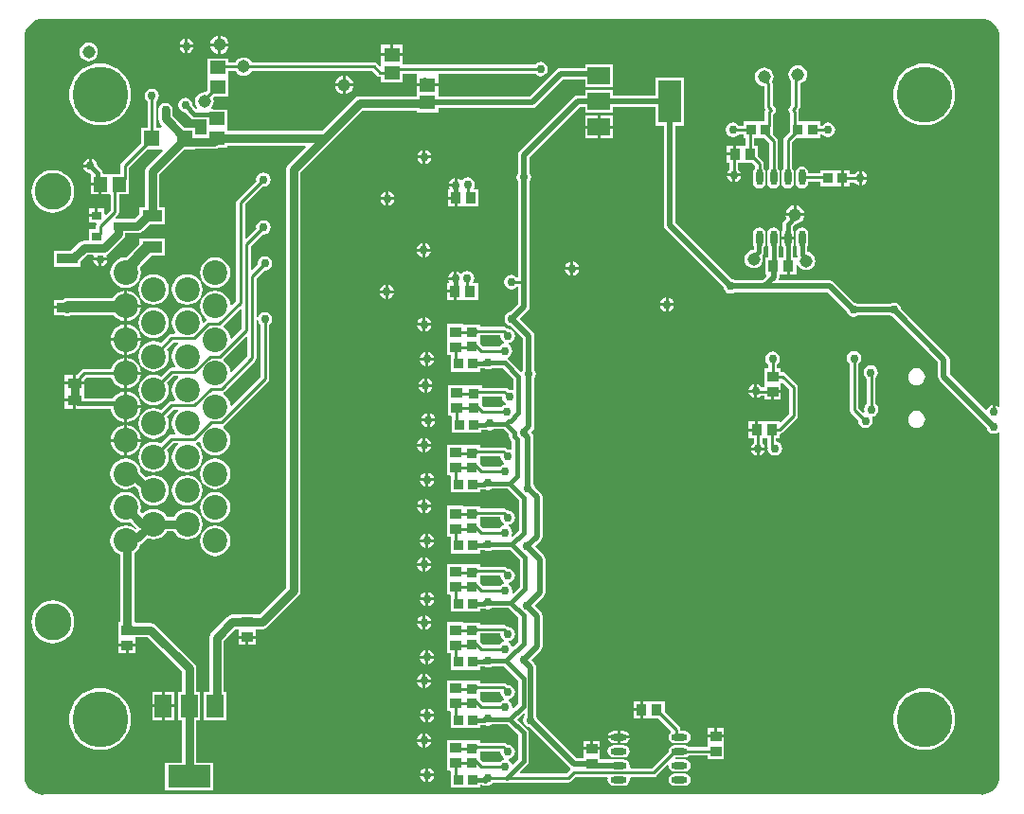
<source format=gbl>
G04*
G04 #@! TF.GenerationSoftware,Altium Limited,Altium Designer,19.1.8 (144)*
G04*
G04 Layer_Physical_Order=2*
G04 Layer_Color=16711680*
%FSLAX25Y25*%
%MOIN*%
G70*
G01*
G75*
%ADD12C,0.01000*%
%ADD15R,0.03543X0.03937*%
%ADD18R,0.03937X0.03543*%
%ADD19R,0.03740X0.03347*%
%ADD23R,0.03347X0.03740*%
%ADD42C,0.03000*%
%ADD43C,0.01500*%
%ADD44C,0.08661*%
%ADD45C,0.12992*%
%ADD46C,0.19685*%
%ADD47C,0.03000*%
%ADD48C,0.04500*%
%ADD49O,0.05709X0.02362*%
%ADD50R,0.07874X0.14961*%
%ADD51R,0.07874X0.05906*%
%ADD52R,0.14961X0.07874*%
%ADD53R,0.05906X0.07874*%
%ADD54R,0.03543X0.03150*%
%ADD55R,0.05315X0.04528*%
%ADD56R,0.05315X0.05709*%
%ADD57O,0.02362X0.05709*%
%ADD58R,0.05512X0.05118*%
%ADD59R,0.04921X0.03740*%
%ADD60R,0.07480X0.03543*%
%ADD61R,0.04528X0.05315*%
%ADD62R,0.07087X0.03937*%
%ADD63C,0.01968*%
%ADD64C,0.02000*%
%ADD65C,0.04000*%
G36*
X341291Y276493D02*
X342533Y276116D01*
X343678Y275504D01*
X344681Y274681D01*
X345504Y273678D01*
X346116Y272533D01*
X346493Y271291D01*
X346615Y270047D01*
X346609Y270000D01*
Y140254D01*
X346109Y140010D01*
X345476Y140434D01*
X345000Y140528D01*
Y138079D01*
X344000D01*
Y140528D01*
X343525Y140434D01*
X342698Y139881D01*
X342145Y139054D01*
X342109Y138875D01*
X341631Y138730D01*
X328974Y151388D01*
Y156597D01*
X328819Y157371D01*
X328381Y158028D01*
X311936Y174472D01*
X311820Y175058D01*
X311267Y175885D01*
X310440Y176438D01*
X309465Y176632D01*
X308489Y176438D01*
X307993Y176106D01*
X296623D01*
X296127Y176438D01*
X295541Y176554D01*
X288267Y183827D01*
X287611Y184266D01*
X286837Y184420D01*
X269186D01*
X268897Y184920D01*
X269023Y185552D01*
Y186531D01*
X271764D01*
Y189500D01*
X272764D01*
Y186531D01*
X275036D01*
Y189849D01*
X275536Y189949D01*
X275626Y189731D01*
X276147Y189052D01*
X276826Y188531D01*
X277617Y188204D01*
X278465Y188092D01*
X279314Y188204D01*
X280104Y188531D01*
X280783Y189052D01*
X281304Y189731D01*
X281631Y190522D01*
X281743Y191370D01*
X281631Y192218D01*
X281304Y193009D01*
X280783Y193688D01*
X280104Y194209D01*
X279314Y194536D01*
X278784Y194606D01*
Y196343D01*
X279055Y196747D01*
X279224Y197598D01*
Y200945D01*
X279055Y201796D01*
X278573Y202517D01*
X277851Y202999D01*
X277000Y203169D01*
X276149Y202999D01*
X275428Y202517D01*
X274945Y201796D01*
X274776Y200945D01*
Y197598D01*
X274945Y196747D01*
X275216Y196343D01*
Y193647D01*
X275352Y192964D01*
X275072Y192482D01*
X275036Y192469D01*
X274861Y192469D01*
X273917D01*
Y196541D01*
X274055Y196747D01*
X274224Y197598D01*
Y198772D01*
X269776D01*
Y197598D01*
X269945Y196747D01*
X270348Y196145D01*
Y192469D01*
X268784D01*
Y196343D01*
X269055Y196747D01*
X269224Y197598D01*
Y200945D01*
X269055Y201796D01*
X268572Y202517D01*
X267851Y202999D01*
X267000Y203169D01*
X266149Y202999D01*
X265427Y202517D01*
X264945Y201796D01*
X264776Y200945D01*
Y197598D01*
X264945Y196747D01*
X265216Y196343D01*
Y192469D01*
X264178D01*
Y186531D01*
X264411D01*
X264618Y186031D01*
X263007Y184420D01*
X253394D01*
X252898Y184752D01*
X252312Y184868D01*
X232425Y204755D01*
Y239044D01*
X235339D01*
Y256005D01*
X225465D01*
Y249548D01*
X210535D01*
Y251477D01*
X200661D01*
Y249548D01*
X198024D01*
X197250Y249394D01*
X196594Y248955D01*
X177699Y230061D01*
X177261Y229404D01*
X177107Y228630D01*
Y222200D01*
X176775Y221704D01*
X176581Y220728D01*
X176775Y219753D01*
X177107Y219256D01*
Y185647D01*
X176607Y185528D01*
X176499Y185689D01*
X175672Y186242D01*
X174697Y186436D01*
X173721Y186242D01*
X172894Y185689D01*
X172342Y184862D01*
X172148Y183887D01*
X172342Y182912D01*
X172894Y182085D01*
X173721Y181532D01*
X174697Y181338D01*
X175672Y181532D01*
X176499Y182085D01*
X176607Y182246D01*
X177107Y182127D01*
Y176011D01*
X174508Y173412D01*
X173922Y173296D01*
X173095Y172743D01*
X172543Y171916D01*
X172349Y170941D01*
X172543Y169965D01*
X173095Y169138D01*
X173922Y168586D01*
X174508Y168469D01*
X178902Y164075D01*
Y152917D01*
X178576Y152429D01*
X178524Y152352D01*
X178035Y152262D01*
X173610Y156687D01*
X173414Y156818D01*
X173520Y157349D01*
X173527Y157350D01*
X174354Y157903D01*
X174906Y158730D01*
X175100Y159705D01*
X174906Y160681D01*
X174354Y161508D01*
X173724Y161928D01*
X173829Y162459D01*
X174445Y162582D01*
X175272Y163134D01*
X175824Y163961D01*
X176018Y164937D01*
X175824Y165912D01*
X175272Y166739D01*
X174445Y167292D01*
X173469Y167486D01*
X173365Y167465D01*
X173214Y167692D01*
X172718Y168023D01*
X172132Y168140D01*
X163823D01*
Y168889D01*
X158083D01*
X157968Y169087D01*
X152032D01*
Y163543D01*
Y158228D01*
X152891D01*
X153319Y158055D01*
Y152315D01*
X163784D01*
Y153401D01*
X165034D01*
X165402Y153474D01*
X165576Y153357D01*
X166551Y153163D01*
X167527Y153357D01*
X167951Y153641D01*
X171609D01*
X175435Y149815D01*
Y146058D01*
X175025Y145776D01*
X174935Y145794D01*
X173969Y145986D01*
X173865Y145965D01*
X173714Y146192D01*
X173218Y146523D01*
X172632Y146640D01*
X164323D01*
Y147389D01*
X158583D01*
X158468Y147587D01*
X152532D01*
Y142043D01*
Y136728D01*
X153391D01*
X153819Y136555D01*
Y130815D01*
X164284D01*
Y131901D01*
X165534D01*
X165902Y131974D01*
X166076Y131857D01*
X167051Y131663D01*
X168027Y131857D01*
X168451Y132141D01*
X172111D01*
X173966Y130286D01*
Y129583D01*
X174101Y128900D01*
X174488Y128321D01*
X174935Y127874D01*
Y125058D01*
X174525Y124776D01*
X174435Y124794D01*
X173469Y124986D01*
X173365Y124965D01*
X173214Y125192D01*
X172718Y125523D01*
X172132Y125640D01*
X163823D01*
Y126389D01*
X158083D01*
X157968Y126587D01*
X152032D01*
Y121043D01*
Y115728D01*
X152891D01*
X153319Y115555D01*
Y109815D01*
X163784D01*
Y110900D01*
X165034D01*
X165402Y110974D01*
X165576Y110857D01*
X166551Y110663D01*
X167527Y110857D01*
X167951Y111141D01*
X173466D01*
X177346Y107261D01*
Y96396D01*
X175163Y94214D01*
X174774Y94532D01*
X174906Y94730D01*
X175100Y95705D01*
X174906Y96681D01*
X174354Y97508D01*
X173724Y97929D01*
X173829Y98459D01*
X174445Y98582D01*
X175272Y99134D01*
X175824Y99961D01*
X176018Y100937D01*
X175824Y101912D01*
X175272Y102739D01*
X174445Y103292D01*
X173469Y103486D01*
X173365Y103465D01*
X173214Y103692D01*
X172718Y104023D01*
X172132Y104140D01*
X163823D01*
Y104889D01*
X158083D01*
X157968Y105087D01*
X152032D01*
Y99543D01*
Y94228D01*
X152891D01*
X153319Y94055D01*
Y88315D01*
X163784D01*
Y89401D01*
X165034D01*
X165402Y89474D01*
X165576Y89357D01*
X166551Y89163D01*
X167527Y89357D01*
X167951Y89641D01*
X174159D01*
X177716Y86084D01*
Y76653D01*
X175447Y74384D01*
X174986Y74631D01*
X175100Y75205D01*
X174906Y76181D01*
X174354Y77008D01*
X173724Y77429D01*
X173829Y77959D01*
X174445Y78082D01*
X175272Y78634D01*
X175824Y79461D01*
X176018Y80437D01*
X175824Y81412D01*
X175272Y82239D01*
X174445Y82792D01*
X173469Y82986D01*
X173365Y82965D01*
X173214Y83192D01*
X172718Y83523D01*
X172132Y83640D01*
X163823D01*
Y84389D01*
X158083D01*
X157968Y84587D01*
X152032D01*
Y79043D01*
Y73728D01*
X152891D01*
X153319Y73555D01*
Y67815D01*
X163784D01*
Y68901D01*
X165034D01*
X165402Y68974D01*
X165576Y68857D01*
X166551Y68663D01*
X167527Y68857D01*
X167951Y69141D01*
X173740D01*
X177216Y65665D01*
Y57297D01*
X175441Y55522D01*
X174952Y55612D01*
X174901Y55689D01*
X174354Y56508D01*
X173724Y56928D01*
X173829Y57459D01*
X174445Y57582D01*
X175272Y58134D01*
X175824Y58961D01*
X176018Y59937D01*
X175824Y60912D01*
X175272Y61739D01*
X174445Y62292D01*
X173469Y62486D01*
X173365Y62465D01*
X173214Y62692D01*
X172718Y63023D01*
X172132Y63140D01*
X163823D01*
Y63889D01*
X158083D01*
X157968Y64087D01*
X152032D01*
Y58543D01*
Y53228D01*
X152891D01*
X153319Y53055D01*
Y47315D01*
X163784D01*
Y48401D01*
X165034D01*
X165402Y48474D01*
X165576Y48357D01*
X166551Y48163D01*
X167527Y48357D01*
X167951Y48641D01*
X172111D01*
X177216Y43536D01*
Y35456D01*
X175522Y33762D01*
X175061Y34008D01*
X175100Y34205D01*
X174906Y35181D01*
X174354Y36008D01*
X173724Y36428D01*
X173829Y36959D01*
X174445Y37082D01*
X175272Y37634D01*
X175824Y38461D01*
X176018Y39437D01*
X175824Y40412D01*
X175272Y41239D01*
X174445Y41792D01*
X173469Y41986D01*
X173365Y41965D01*
X173214Y42192D01*
X172718Y42523D01*
X172132Y42640D01*
X163823D01*
Y43389D01*
X158083D01*
X157968Y43587D01*
X152032D01*
Y38043D01*
Y32728D01*
X152891D01*
X153319Y32555D01*
Y26815D01*
X163784D01*
Y27900D01*
X165034D01*
X165402Y27974D01*
X165576Y27857D01*
X166551Y27663D01*
X167527Y27857D01*
X167951Y28141D01*
X173470D01*
X177216Y24395D01*
Y15797D01*
X175441Y14022D01*
X174952Y14112D01*
X174901Y14189D01*
X174354Y15008D01*
X173724Y15428D01*
X173829Y15959D01*
X174445Y16082D01*
X175272Y16634D01*
X175824Y17461D01*
X176018Y18437D01*
X175824Y19412D01*
X175272Y20239D01*
X174445Y20792D01*
X173469Y20986D01*
X173365Y20965D01*
X173214Y21192D01*
X172718Y21523D01*
X172132Y21640D01*
X163823D01*
Y22389D01*
X158083D01*
X157968Y22587D01*
X152032D01*
Y17043D01*
Y11728D01*
X152891D01*
X153319Y11555D01*
Y5815D01*
X163784D01*
Y6900D01*
X164308D01*
X164846Y6541D01*
X165529Y6405D01*
X166212Y6541D01*
X166430Y6687D01*
X166551Y6663D01*
X167527Y6857D01*
X168354Y7410D01*
X168536Y7683D01*
X172293D01*
X172472Y7564D01*
X173154Y7428D01*
X173837Y7564D01*
X174015Y7683D01*
X194794D01*
X195379Y7799D01*
X195876Y8131D01*
X197338Y9593D01*
X208294D01*
X208703Y9093D01*
X208613Y8641D01*
X208782Y7790D01*
X209264Y7069D01*
X209986Y6587D01*
X210837Y6417D01*
X214183D01*
X215034Y6587D01*
X215756Y7069D01*
X216238Y7790D01*
X216407Y8641D01*
X216317Y9093D01*
X216726Y9593D01*
X224774D01*
X225360Y9709D01*
X225856Y10041D01*
X229634Y13819D01*
X230085Y13563D01*
X230239Y12790D01*
X230721Y12069D01*
X231442Y11587D01*
X232293Y11417D01*
X235640D01*
X236491Y11587D01*
X237212Y12069D01*
X237694Y12790D01*
X237864Y13641D01*
X237694Y14492D01*
X237212Y15214D01*
X236491Y15696D01*
X235640Y15865D01*
X232889D01*
X232588Y16365D01*
X232615Y16417D01*
X235640D01*
X236491Y16587D01*
X237212Y17069D01*
X237241Y17112D01*
X243667D01*
Y15869D01*
X249604D01*
Y21184D01*
Y23456D01*
X246636D01*
X243667D01*
Y20170D01*
X237241D01*
X237212Y20214D01*
X236491Y20696D01*
X235640Y20865D01*
X232293D01*
X231442Y20696D01*
X230721Y20214D01*
X230239Y19492D01*
X230069Y18641D01*
X230080Y18590D01*
X224141Y12652D01*
X216701D01*
X216309Y13152D01*
X216407Y13641D01*
X216238Y14492D01*
X215756Y15214D01*
X215034Y15696D01*
X214183Y15865D01*
X210837D01*
X210206Y15740D01*
X205968D01*
Y19101D01*
X203000D01*
X200031D01*
Y16310D01*
X197598D01*
X183834Y30074D01*
X183717Y30660D01*
X183557Y30899D01*
Y48062D01*
X183403Y48837D01*
X182965Y49493D01*
X181722Y50736D01*
X185088Y54103D01*
X185527Y54759D01*
X185681Y55533D01*
Y66343D01*
X185527Y67117D01*
X185088Y67773D01*
X182861Y70000D01*
X186141Y73279D01*
X186579Y73936D01*
X186733Y74710D01*
Y86235D01*
X186579Y87009D01*
X186141Y87665D01*
X182999Y90807D01*
X185088Y92896D01*
X185527Y93553D01*
X185681Y94327D01*
Y108131D01*
X185527Y108905D01*
X185088Y109561D01*
X183079Y111570D01*
X182930Y112321D01*
X182598Y112817D01*
Y129075D01*
X182444Y129849D01*
X182006Y130505D01*
X181582Y130929D01*
X182355Y131702D01*
X182794Y132359D01*
X182948Y133133D01*
Y149973D01*
X183280Y150469D01*
X183474Y151445D01*
X183280Y152420D01*
X182948Y152917D01*
Y164913D01*
X182794Y165688D01*
X182355Y166344D01*
X177759Y170941D01*
X180561Y173742D01*
X180999Y174399D01*
X181153Y175173D01*
Y183765D01*
Y219256D01*
X181485Y219753D01*
X181679Y220728D01*
X181485Y221704D01*
X181153Y222200D01*
Y227792D01*
X198863Y245501D01*
X200661D01*
Y243572D01*
X210535D01*
Y245501D01*
X225465D01*
Y239044D01*
X228379D01*
Y203918D01*
X228533Y203143D01*
X228971Y202487D01*
X249451Y182007D01*
X249567Y181421D01*
X250120Y180595D01*
X250947Y180042D01*
X251922Y179848D01*
X252898Y180042D01*
X253394Y180374D01*
X285999D01*
X292680Y173693D01*
X292796Y173107D01*
X293349Y172280D01*
X294176Y171728D01*
X295151Y171534D01*
X296127Y171728D01*
X296623Y172060D01*
X307993D01*
X308489Y171728D01*
X309075Y171611D01*
X324927Y155759D01*
Y150550D01*
X325081Y149775D01*
X325520Y149119D01*
X342028Y132610D01*
X342145Y132025D01*
X342698Y131198D01*
X343525Y130645D01*
X344500Y130451D01*
X345476Y130645D01*
X346109Y131068D01*
X346609Y130825D01*
Y10000D01*
X346615Y9953D01*
X346493Y8709D01*
X346116Y7467D01*
X345504Y6322D01*
X344681Y5319D01*
X343678Y4496D01*
X342533Y3884D01*
X341291Y3508D01*
X340047Y3385D01*
X340000Y3391D01*
X10000D01*
X9953Y3385D01*
X8709Y3508D01*
X7467Y3884D01*
X6322Y4496D01*
X5319Y5319D01*
X4496Y6322D01*
X3884Y7467D01*
X3508Y8709D01*
X3385Y9953D01*
X3391Y10000D01*
Y270000D01*
X3385Y270047D01*
X3508Y271291D01*
X3884Y272533D01*
X4496Y273678D01*
X5319Y274681D01*
X6322Y275504D01*
X7467Y276116D01*
X8709Y276493D01*
X9953Y276615D01*
X10000Y276609D01*
X340000D01*
X340047Y276615D01*
X341291Y276493D01*
D02*
G37*
G36*
X170920Y164937D02*
X171114Y163961D01*
X171667Y163134D01*
X172297Y162713D01*
X172191Y162182D01*
X171576Y162060D01*
X170749Y161508D01*
X170566Y161235D01*
X164656D01*
X163823Y162068D01*
Y165081D01*
X170802D01*
X170920Y164937D01*
D02*
G37*
G36*
X171420Y143437D02*
X171614Y142461D01*
X172167Y141634D01*
X172797Y141213D01*
X172691Y140682D01*
X172076Y140560D01*
X171249Y140008D01*
X171066Y139735D01*
X165156D01*
X164323Y140568D01*
Y143581D01*
X171302D01*
X171420Y143437D01*
D02*
G37*
G36*
X170920Y122437D02*
X171114Y121461D01*
X171667Y120634D01*
X172297Y120213D01*
X172191Y119683D01*
X171576Y119560D01*
X170749Y119008D01*
X170566Y118735D01*
X164656D01*
X163823Y119568D01*
Y122581D01*
X170802D01*
X170920Y122437D01*
D02*
G37*
G36*
Y100937D02*
X171114Y99961D01*
X171667Y99134D01*
X172297Y98713D01*
X172191Y98183D01*
X171576Y98060D01*
X170749Y97508D01*
X170566Y97235D01*
X164656D01*
X163823Y98068D01*
Y101081D01*
X170802D01*
X170920Y100937D01*
D02*
G37*
G36*
Y80437D02*
X171114Y79461D01*
X171667Y78634D01*
X172297Y78213D01*
X172191Y77683D01*
X171576Y77560D01*
X170749Y77008D01*
X170566Y76735D01*
X164656D01*
X163823Y77568D01*
Y80581D01*
X170802D01*
X170920Y80437D01*
D02*
G37*
G36*
Y59937D02*
X171114Y58961D01*
X171667Y58134D01*
X172297Y57713D01*
X172191Y57183D01*
X171576Y57060D01*
X170749Y56508D01*
X170566Y56235D01*
X164656D01*
X163823Y57068D01*
Y60081D01*
X170802D01*
X170920Y59937D01*
D02*
G37*
G36*
Y39437D02*
X171114Y38461D01*
X171667Y37634D01*
X172297Y37213D01*
X172191Y36683D01*
X171576Y36560D01*
X170749Y36008D01*
X170566Y35735D01*
X164656D01*
X163823Y36568D01*
Y39581D01*
X170802D01*
X170920Y39437D01*
D02*
G37*
G36*
Y18437D02*
X171114Y17461D01*
X171667Y16634D01*
X172297Y16213D01*
X172191Y15683D01*
X171576Y15560D01*
X170749Y15008D01*
X170566Y14735D01*
X164656D01*
X163823Y15568D01*
Y18581D01*
X170802D01*
X170920Y18437D01*
D02*
G37*
G36*
X179511Y32051D02*
Y31414D01*
X179007Y30660D01*
X178813Y29685D01*
X179007Y28709D01*
X179560Y27882D01*
X180387Y27330D01*
X180973Y27213D01*
X195330Y12856D01*
X195582Y12687D01*
X195536Y12117D01*
X194161Y10742D01*
X177860D01*
X177669Y11203D01*
X180262Y13796D01*
X180262Y13796D01*
X180648Y14375D01*
X180784Y15058D01*
Y25134D01*
X180648Y25817D01*
X180262Y26396D01*
X176732Y29925D01*
X179049Y32242D01*
X179511Y32051D01*
D02*
G37*
%LPC*%
G36*
X72500Y270712D02*
Y268000D01*
X75212D01*
X75166Y268348D01*
X74839Y269139D01*
X74318Y269818D01*
X73639Y270339D01*
X72848Y270666D01*
X72500Y270712D01*
D02*
G37*
G36*
X71500D02*
X71152Y270666D01*
X70361Y270339D01*
X69682Y269818D01*
X69161Y269139D01*
X68834Y268348D01*
X68788Y268000D01*
X71500D01*
Y270712D01*
D02*
G37*
G36*
X60935Y269500D02*
Y267551D01*
X62885D01*
X62790Y268026D01*
X62238Y268853D01*
X61411Y269406D01*
X60935Y269500D01*
D02*
G37*
G36*
X59935D02*
X59460Y269406D01*
X58633Y268853D01*
X58080Y268026D01*
X57986Y267551D01*
X59935D01*
Y269500D01*
D02*
G37*
G36*
X62885Y266551D02*
X60935D01*
Y264601D01*
X61411Y264696D01*
X62238Y265248D01*
X62790Y266075D01*
X62885Y266551D01*
D02*
G37*
G36*
X59935D02*
X57986D01*
X58080Y266075D01*
X58633Y265248D01*
X59460Y264696D01*
X59935Y264601D01*
Y266551D01*
D02*
G37*
G36*
X136437Y267575D02*
X133182D01*
Y264516D01*
X136437D01*
Y267575D01*
D02*
G37*
G36*
X132182D02*
X128926D01*
Y264516D01*
X132182D01*
Y267575D01*
D02*
G37*
G36*
X75212Y267000D02*
X72500D01*
Y264288D01*
X72848Y264334D01*
X73639Y264661D01*
X74318Y265182D01*
X74839Y265861D01*
X75166Y266652D01*
X75212Y267000D01*
D02*
G37*
G36*
X71500D02*
X68788D01*
X68834Y266652D01*
X69161Y265861D01*
X69682Y265182D01*
X70361Y264661D01*
X71152Y264334D01*
X71500Y264288D01*
Y267000D01*
D02*
G37*
G36*
X26000Y268199D02*
X25152Y268088D01*
X24361Y267760D01*
X23682Y267239D01*
X23161Y266560D01*
X22834Y265770D01*
X22722Y264921D01*
X22834Y264073D01*
X23161Y263282D01*
X23682Y262603D01*
X24361Y262082D01*
X25152Y261755D01*
X26000Y261643D01*
X26848Y261755D01*
X27639Y262082D01*
X28318Y262603D01*
X28839Y263282D01*
X29166Y264073D01*
X29278Y264921D01*
X29166Y265770D01*
X28839Y266560D01*
X28318Y267239D01*
X27639Y267760D01*
X26848Y268088D01*
X26000Y268199D01*
D02*
G37*
G36*
X136437Y263516D02*
X132682D01*
X128926D01*
Y260033D01*
X128464Y259841D01*
X127484Y260821D01*
X126988Y261153D01*
X126402Y261269D01*
X83384D01*
X83339Y261379D01*
X82818Y262058D01*
X82139Y262579D01*
X81348Y262906D01*
X80500Y263018D01*
X79652Y262906D01*
X78861Y262579D01*
X78182Y262058D01*
X77661Y261379D01*
X77616Y261269D01*
X75157D01*
Y262709D01*
X67843D01*
Y256319D01*
X67843Y256181D01*
Y255819D01*
X67843Y255681D01*
Y251454D01*
X67123Y250734D01*
X66791Y250778D01*
X65943Y250666D01*
X65152Y250339D01*
X64473Y249818D01*
X63952Y249139D01*
X63625Y248348D01*
X63513Y247500D01*
X63625Y246652D01*
X63952Y245861D01*
X64217Y245517D01*
X64018Y244954D01*
X63836Y244911D01*
X62575Y246171D01*
X62580Y246193D01*
X62385Y247168D01*
X61833Y247995D01*
X61006Y248547D01*
X60031Y248742D01*
X59055Y248547D01*
X58228Y247995D01*
X57676Y247168D01*
X57481Y246193D01*
X57676Y245217D01*
X58228Y244390D01*
X59055Y243837D01*
X60031Y243643D01*
X60052Y243648D01*
X62003Y241697D01*
X62581Y241310D01*
X63264Y241174D01*
X67632D01*
Y238319D01*
X67632Y238181D01*
Y237819D01*
X67632Y237681D01*
Y235840D01*
X63465D01*
Y238354D01*
X59754D01*
X55549Y242560D01*
Y244500D01*
X55355Y245476D01*
X54802Y246302D01*
X53975Y246855D01*
X53000Y247049D01*
X52025Y246855D01*
X51198Y246302D01*
X50645Y245476D01*
X50451Y244500D01*
Y241504D01*
X50645Y240528D01*
X51198Y239702D01*
X51859Y239040D01*
X51859Y238845D01*
X51369Y238354D01*
X49762D01*
Y247515D01*
X50035Y247698D01*
X50587Y248524D01*
X50781Y249500D01*
X50587Y250476D01*
X50035Y251302D01*
X49208Y251855D01*
X48232Y252049D01*
X47257Y251855D01*
X46430Y251302D01*
X45877Y250476D01*
X45683Y249500D01*
X45877Y248524D01*
X46430Y247698D01*
X46703Y247515D01*
Y238354D01*
X44535D01*
Y232809D01*
X37627Y225900D01*
X37296Y225404D01*
X37179Y224819D01*
Y222035D01*
X33819D01*
X33681Y222035D01*
X33319D01*
X33181Y222035D01*
X31416D01*
X30936Y222149D01*
X30800Y222832D01*
X30413Y223411D01*
X29045Y224779D01*
X29049Y224801D01*
X28855Y225776D01*
X28302Y226603D01*
X27476Y227155D01*
X27000Y227250D01*
Y224801D01*
X26500D01*
Y224301D01*
X24050D01*
X24145Y223825D01*
X24698Y222998D01*
X25525Y222446D01*
X26500Y222252D01*
X26791Y221881D01*
Y218878D01*
X30055D01*
Y218378D01*
X30555D01*
Y214721D01*
X33152D01*
X33319Y214721D01*
X33652Y214358D01*
Y209244D01*
X31993Y207586D01*
X31532Y207777D01*
Y209949D01*
X29260D01*
Y207374D01*
X28760D01*
Y206874D01*
X25988D01*
Y204799D01*
X28521D01*
X28788Y204299D01*
X28618Y204046D01*
X28502Y203461D01*
Y202468D01*
X25988D01*
Y198549D01*
X24406D01*
X23430Y198355D01*
X22603Y197802D01*
X19635Y194835D01*
X13760D01*
Y189291D01*
X23240D01*
Y191230D01*
X25461Y193451D01*
X27388D01*
X27645Y193039D01*
X27640Y192951D01*
X27551Y192500D01*
X32449D01*
X32355Y192975D01*
X32220Y193177D01*
X32371Y193542D01*
X32488Y193676D01*
X33268Y194198D01*
X38165Y199094D01*
X38717Y199922D01*
X38911Y200897D01*
Y201059D01*
X39406D01*
Y201085D01*
X43278D01*
X44253Y201279D01*
X45080Y201832D01*
X47392Y204144D01*
X52874D01*
Y210081D01*
X50880D01*
Y221771D01*
X59754Y230646D01*
X63465D01*
Y230742D01*
X70025D01*
X71001Y230936D01*
X71532Y231291D01*
X74947D01*
Y232006D01*
X102248D01*
X102439Y231544D01*
X96198Y225302D01*
X95645Y224476D01*
X95451Y223500D01*
Y76178D01*
X86035Y66762D01*
X84664D01*
Y66922D01*
X78727D01*
Y66762D01*
X76603D01*
X75628Y66568D01*
X74801Y66015D01*
X69194Y60408D01*
X68641Y59581D01*
X68447Y58605D01*
Y39496D01*
X66440D01*
Y29622D01*
X74346D01*
Y39496D01*
X73545D01*
Y57550D01*
X77659Y61664D01*
X78727D01*
Y59335D01*
X84664D01*
Y61664D01*
X87091D01*
X88066Y61858D01*
X88893Y62410D01*
X99802Y73319D01*
X100355Y74146D01*
X100549Y75122D01*
Y222444D01*
X110857Y232753D01*
X122367Y244262D01*
X141546D01*
Y243524D01*
X149057D01*
Y245174D01*
X182091D01*
X182871Y245330D01*
X183533Y245772D01*
X193041Y255280D01*
X200661D01*
Y252627D01*
X210535D01*
Y260532D01*
X200661D01*
Y259358D01*
X192196D01*
X191416Y259203D01*
X190754Y258761D01*
X190754Y258761D01*
X181246Y249253D01*
X149057D01*
Y252882D01*
X145301D01*
X141546D01*
Y249360D01*
X121311D01*
X120335Y249166D01*
X119509Y248613D01*
X107999Y237104D01*
X75300D01*
X74947Y237458D01*
X74947Y238181D01*
X74947Y238319D01*
Y244709D01*
X69948D01*
X69775Y244743D01*
X69272D01*
X69156Y245243D01*
X69630Y245861D01*
X69958Y246652D01*
X70069Y247500D01*
X69958Y248348D01*
X69726Y248907D01*
X70039Y249291D01*
X75157D01*
Y255681D01*
X75157Y255819D01*
Y256181D01*
X75157Y256319D01*
Y258210D01*
X77616D01*
X77661Y258101D01*
X78182Y257422D01*
X78861Y256901D01*
X79652Y256573D01*
X80500Y256462D01*
X81348Y256573D01*
X82139Y256901D01*
X82818Y257422D01*
X83339Y258101D01*
X83384Y258210D01*
X125769D01*
X127344Y256635D01*
X127840Y256304D01*
X128426Y256187D01*
X128926D01*
Y254157D01*
X136437D01*
Y257368D01*
X141370D01*
X141546Y256941D01*
X141546Y256868D01*
Y254687D01*
X141497Y254441D01*
X141546Y254195D01*
Y253882D01*
X145301D01*
X149057D01*
Y256868D01*
X149057Y256941D01*
X149233Y257368D01*
X183000D01*
X183182Y257095D01*
X184009Y256543D01*
X184984Y256349D01*
X185960Y256543D01*
X186787Y257095D01*
X187339Y257922D01*
X187533Y258898D01*
X187339Y259873D01*
X186787Y260700D01*
X185960Y261253D01*
X184984Y261447D01*
X184009Y261253D01*
X183182Y260700D01*
X183000Y260427D01*
X136437D01*
Y260457D01*
Y263516D01*
D02*
G37*
G36*
X116350Y256551D02*
Y253839D01*
X119063D01*
X119017Y254187D01*
X118689Y254978D01*
X118168Y255657D01*
X117489Y256177D01*
X116699Y256505D01*
X116350Y256551D01*
D02*
G37*
G36*
X115350D02*
X115002Y256505D01*
X114211Y256177D01*
X113532Y255657D01*
X113012Y254978D01*
X112684Y254187D01*
X112638Y253839D01*
X115350D01*
Y256551D01*
D02*
G37*
G36*
X119063Y252839D02*
X116350D01*
Y250126D01*
X116699Y250172D01*
X117489Y250500D01*
X118168Y251021D01*
X118689Y251700D01*
X119017Y252490D01*
X119063Y252839D01*
D02*
G37*
G36*
X115350D02*
X112638D01*
X112684Y252490D01*
X113012Y251700D01*
X113532Y251021D01*
X114211Y250500D01*
X115002Y250172D01*
X115350Y250126D01*
Y252839D01*
D02*
G37*
G36*
X320000Y260876D02*
X318299Y260742D01*
X316639Y260344D01*
X315062Y259691D01*
X313607Y258799D01*
X312310Y257691D01*
X311201Y256393D01*
X310309Y254938D01*
X309656Y253361D01*
X309258Y251701D01*
X309124Y250000D01*
X309258Y248299D01*
X309656Y246639D01*
X310309Y245062D01*
X311201Y243607D01*
X312310Y242309D01*
X313607Y241201D01*
X315062Y240309D01*
X316639Y239656D01*
X318299Y239258D01*
X320000Y239124D01*
X321701Y239258D01*
X323361Y239656D01*
X324938Y240309D01*
X326393Y241201D01*
X327691Y242309D01*
X328799Y243607D01*
X329691Y245062D01*
X330344Y246639D01*
X330742Y248299D01*
X330876Y250000D01*
X330742Y251701D01*
X330344Y253361D01*
X329691Y254938D01*
X328799Y256393D01*
X327691Y257691D01*
X326393Y258799D01*
X324938Y259691D01*
X323361Y260344D01*
X321701Y260742D01*
X320000Y260876D01*
D02*
G37*
G36*
X30000D02*
X28299Y260742D01*
X26639Y260344D01*
X25062Y259691D01*
X23607Y258799D01*
X22309Y257691D01*
X21201Y256393D01*
X20309Y254938D01*
X19656Y253361D01*
X19258Y251701D01*
X19124Y250000D01*
X19258Y248299D01*
X19656Y246639D01*
X20309Y245062D01*
X21201Y243607D01*
X22309Y242309D01*
X23607Y241201D01*
X25062Y240309D01*
X26639Y239656D01*
X28299Y239258D01*
X30000Y239124D01*
X31701Y239258D01*
X33361Y239656D01*
X34938Y240309D01*
X36393Y241201D01*
X37690Y242309D01*
X38799Y243607D01*
X39691Y245062D01*
X40344Y246639D01*
X40742Y248299D01*
X40876Y250000D01*
X40742Y251701D01*
X40344Y253361D01*
X39691Y254938D01*
X38799Y256393D01*
X37690Y257691D01*
X36393Y258799D01*
X34938Y259691D01*
X33361Y260344D01*
X31701Y260742D01*
X30000Y260876D01*
D02*
G37*
G36*
X263701Y259461D02*
X262853Y259349D01*
X262062Y259022D01*
X261384Y258501D01*
X260862Y257822D01*
X260535Y257031D01*
X260423Y256183D01*
X260535Y255334D01*
X260862Y254544D01*
X261384Y253865D01*
X262062Y253344D01*
X262853Y253017D01*
X263656Y252911D01*
Y245638D01*
X263772Y245053D01*
X264104Y244556D01*
X264128Y244532D01*
X263922Y244223D01*
X263806Y243638D01*
Y240434D01*
X256370D01*
Y239046D01*
X254650D01*
X254468Y239319D01*
X253641Y239871D01*
X252666Y240065D01*
X251690Y239871D01*
X250863Y239319D01*
X250311Y238492D01*
X250117Y237516D01*
X250311Y236541D01*
X250863Y235714D01*
X251690Y235161D01*
X252666Y234967D01*
X253641Y235161D01*
X254468Y235714D01*
X254650Y235987D01*
X256370D01*
Y234694D01*
X257136D01*
Y231985D01*
X253851D01*
Y229016D01*
X253351D01*
Y228516D01*
X250579D01*
Y226048D01*
X251471D01*
Y223558D01*
X251198Y223376D01*
X250645Y222549D01*
X250551Y222074D01*
X255450D01*
X255355Y222549D01*
X254802Y223376D01*
X254529Y223558D01*
Y226048D01*
X259274D01*
X260471Y224852D01*
Y224003D01*
X260427Y223974D01*
X259945Y223253D01*
X259776Y222402D01*
Y219055D01*
X259945Y218204D01*
X260427Y217483D01*
X261149Y217001D01*
X262000Y216831D01*
X262851Y217001D01*
X263573Y217483D01*
X264055Y218204D01*
X264224Y219055D01*
Y222402D01*
X264055Y223253D01*
X263573Y223974D01*
X263529Y224003D01*
Y225485D01*
X263413Y226070D01*
X263081Y226567D01*
X261437Y228211D01*
Y231985D01*
X260195D01*
Y234694D01*
X263754D01*
X265471Y232977D01*
Y224003D01*
X265427Y223974D01*
X264945Y223253D01*
X264776Y222402D01*
Y219055D01*
X264945Y218204D01*
X265427Y217483D01*
X266149Y217001D01*
X267000Y216831D01*
X267851Y217001D01*
X268572Y217483D01*
X269055Y218204D01*
X269224Y219055D01*
Y222402D01*
X269055Y223253D01*
X268572Y223974D01*
X268529Y224003D01*
Y233611D01*
X268413Y234196D01*
X268081Y234692D01*
X266835Y235939D01*
Y238589D01*
X266864Y238737D01*
Y243005D01*
X267341Y243482D01*
X267673Y243978D01*
X267789Y244563D01*
X267673Y245148D01*
X267341Y245644D01*
X266714Y246271D01*
Y253752D01*
X266598Y254338D01*
X266497Y254488D01*
X266540Y254544D01*
X266868Y255334D01*
X266979Y256183D01*
X266868Y257031D01*
X266540Y257822D01*
X266019Y258501D01*
X265340Y259022D01*
X264550Y259349D01*
X263701Y259461D01*
D02*
G37*
G36*
X210535Y242422D02*
X206098D01*
Y238969D01*
X210535D01*
Y242422D01*
D02*
G37*
G36*
X205098D02*
X200661D01*
Y238969D01*
X205098D01*
Y242422D01*
D02*
G37*
G36*
X275500Y260278D02*
X274652Y260166D01*
X273861Y259839D01*
X273182Y259318D01*
X272661Y258639D01*
X272334Y257848D01*
X272222Y257000D01*
X272334Y256152D01*
X272661Y255361D01*
X273182Y254682D01*
X273286Y254603D01*
Y246271D01*
X272659Y245644D01*
X272327Y245148D01*
X272211Y244563D01*
X272327Y243978D01*
X272659Y243482D01*
X272841Y243299D01*
Y238540D01*
X272870Y238392D01*
Y236856D01*
X270919Y234905D01*
X270587Y234408D01*
X270471Y233823D01*
Y224003D01*
X270427Y223974D01*
X269945Y223253D01*
X269776Y222402D01*
Y219055D01*
X269945Y218204D01*
X270427Y217483D01*
X271149Y217001D01*
X272000Y216831D01*
X272851Y217001D01*
X273572Y217483D01*
X274055Y218204D01*
X274224Y219055D01*
Y222402D01*
X274055Y223253D01*
X273572Y223974D01*
X273529Y224003D01*
Y233190D01*
X275033Y234694D01*
X283335D01*
Y235987D01*
X284181D01*
X284363Y235714D01*
X285190Y235161D01*
X286166Y234967D01*
X287141Y235161D01*
X287968Y235714D01*
X288521Y236541D01*
X288715Y237516D01*
X288521Y238492D01*
X287968Y239319D01*
X287141Y239871D01*
X286166Y240065D01*
X285190Y239871D01*
X284363Y239319D01*
X284181Y239046D01*
X283335D01*
Y240434D01*
X275900D01*
Y243933D01*
X275796Y244456D01*
X275896Y244556D01*
X276228Y245053D01*
X276344Y245638D01*
Y253833D01*
X276348Y253834D01*
X277139Y254161D01*
X277818Y254682D01*
X278339Y255361D01*
X278666Y256152D01*
X278778Y257000D01*
X278666Y257848D01*
X278339Y258639D01*
X277818Y259318D01*
X277139Y259839D01*
X276348Y260166D01*
X275500Y260278D01*
D02*
G37*
G36*
X210535Y237969D02*
X206098D01*
Y234517D01*
X210535D01*
Y237969D01*
D02*
G37*
G36*
X205098D02*
X200661D01*
Y234517D01*
X205098D01*
Y237969D01*
D02*
G37*
G36*
X252851Y231985D02*
X250579D01*
Y229516D01*
X252851D01*
Y231985D01*
D02*
G37*
G36*
X144632Y230381D02*
Y228432D01*
X146582D01*
X146487Y228907D01*
X145935Y229734D01*
X145108Y230287D01*
X144632Y230381D01*
D02*
G37*
G36*
X143632D02*
X143157Y230287D01*
X142330Y229734D01*
X141777Y228907D01*
X141683Y228432D01*
X143632D01*
Y230381D01*
D02*
G37*
G36*
X146582Y227432D02*
X144632D01*
Y225482D01*
X145108Y225577D01*
X145935Y226130D01*
X146487Y226956D01*
X146582Y227432D01*
D02*
G37*
G36*
X143632D02*
X141683D01*
X141777Y226956D01*
X142330Y226130D01*
X143157Y225577D01*
X143632Y225482D01*
Y227432D01*
D02*
G37*
G36*
X26000Y227250D02*
X25525Y227155D01*
X24698Y226603D01*
X24145Y225776D01*
X24050Y225301D01*
X26000D01*
Y227250D01*
D02*
G37*
G36*
X298000Y222950D02*
Y221000D01*
X299950D01*
X299855Y221476D01*
X299302Y222302D01*
X298476Y222855D01*
X298000Y222950D01*
D02*
G37*
G36*
X159359Y220764D02*
X158384Y220570D01*
X157557Y220018D01*
X157428Y219825D01*
X157079D01*
X156252Y220377D01*
X155777Y220472D01*
Y218022D01*
X155277D01*
Y217522D01*
X152827D01*
X152922Y217047D01*
X153017Y216904D01*
X152781Y216463D01*
X152407D01*
Y213995D01*
X155178D01*
Y213495D01*
X155678D01*
Y210526D01*
X163265D01*
Y216463D01*
X161726D01*
X161490Y216904D01*
X161714Y217240D01*
X161908Y218215D01*
X161714Y219191D01*
X161162Y220018D01*
X160335Y220570D01*
X159359Y220764D01*
D02*
G37*
G36*
X255450Y221074D02*
X253500D01*
Y219124D01*
X253976Y219219D01*
X254802Y219771D01*
X255355Y220598D01*
X255450Y221074D01*
D02*
G37*
G36*
X252500D02*
X250551D01*
X250645Y220598D01*
X251198Y219771D01*
X252025Y219219D01*
X252500Y219124D01*
Y221074D01*
D02*
G37*
G36*
X154777Y220472D02*
X154301Y220377D01*
X153474Y219825D01*
X152922Y218998D01*
X152827Y218522D01*
X154777D01*
Y220472D01*
D02*
G37*
G36*
X299950Y220000D02*
X298000D01*
Y218051D01*
X298476Y218145D01*
X299302Y218698D01*
X299855Y219525D01*
X299950Y220000D01*
D02*
G37*
G36*
X293934Y223370D02*
X291760D01*
Y220500D01*
Y217630D01*
X293934D01*
Y218971D01*
X295515D01*
X295698Y218698D01*
X296525Y218145D01*
X297000Y218051D01*
Y220500D01*
Y222950D01*
X296525Y222855D01*
X295698Y222302D01*
X295515Y222029D01*
X293934D01*
Y223370D01*
D02*
G37*
G36*
X277000Y224625D02*
X276149Y224456D01*
X275428Y223974D01*
X274945Y223253D01*
X274776Y222402D01*
Y219055D01*
X274945Y218204D01*
X275428Y217483D01*
X276149Y217001D01*
X277000Y216831D01*
X277851Y217001D01*
X278573Y217483D01*
X279055Y218204D01*
X279224Y219055D01*
Y219199D01*
X283469D01*
Y217630D01*
X290760D01*
Y220500D01*
Y223370D01*
X283469D01*
Y222258D01*
X279224D01*
Y222402D01*
X279055Y223253D01*
X278573Y223974D01*
X277851Y224456D01*
X277000Y224625D01*
D02*
G37*
G36*
X87500Y222549D02*
X86524Y222355D01*
X85698Y221802D01*
X85145Y220975D01*
X84951Y220000D01*
X85015Y219678D01*
X78375Y213038D01*
X78044Y212542D01*
X77927Y211957D01*
Y177347D01*
X76335Y175754D01*
X75807Y175934D01*
X75690Y176825D01*
X75152Y178121D01*
X74298Y179235D01*
X73184Y180089D01*
X71888Y180627D01*
X70496Y180810D01*
X69104Y180627D01*
X67808Y180089D01*
X66694Y179235D01*
X65840Y178121D01*
X65303Y176825D01*
X65119Y175433D01*
X65303Y174041D01*
X65840Y172745D01*
X66694Y171631D01*
X67572Y170958D01*
X67596Y170825D01*
X67524Y170374D01*
X67165Y170134D01*
X66490Y169459D01*
X66009Y169686D01*
X65847Y170919D01*
X65310Y172216D01*
X64455Y173329D01*
X63342Y174184D01*
X62045Y174721D01*
X60654Y174904D01*
X59262Y174721D01*
X57965Y174184D01*
X56852Y173329D01*
X55997Y172216D01*
X55460Y170919D01*
X55277Y169528D01*
X55460Y168136D01*
X55997Y166839D01*
X56544Y166126D01*
X56298Y165626D01*
X55223D01*
X54638Y165510D01*
X54141Y165178D01*
X51393Y162430D01*
X50234Y162910D01*
X48842Y163093D01*
X47451Y162910D01*
X46154Y162373D01*
X45041Y161518D01*
X44186Y160405D01*
X43649Y159108D01*
X43466Y157717D01*
X43649Y156325D01*
X44186Y155028D01*
X45041Y153915D01*
X46154Y153060D01*
X47451Y152523D01*
X48842Y152340D01*
X50234Y152523D01*
X51531Y153060D01*
X52644Y153915D01*
X53499Y155028D01*
X54036Y156325D01*
X54219Y157717D01*
X54036Y159108D01*
X53556Y160267D01*
X55856Y162567D01*
X57397D01*
X57567Y162067D01*
X56852Y161518D01*
X55997Y160405D01*
X55460Y159108D01*
X55277Y157717D01*
X55460Y156325D01*
X55997Y155028D01*
X56544Y154315D01*
X56298Y153815D01*
X55223D01*
X54638Y153699D01*
X54141Y153367D01*
X51393Y150619D01*
X50234Y151099D01*
X48842Y151282D01*
X47451Y151099D01*
X46154Y150562D01*
X45041Y149707D01*
X44186Y148594D01*
X43649Y147297D01*
X43466Y145905D01*
X43649Y144514D01*
X44186Y143217D01*
X45041Y142104D01*
X46154Y141249D01*
X47451Y140712D01*
X48842Y140529D01*
X50234Y140712D01*
X51531Y141249D01*
X52644Y142104D01*
X53499Y143217D01*
X54036Y144514D01*
X54219Y145905D01*
X54036Y147297D01*
X53556Y148456D01*
X55856Y150756D01*
X57397D01*
X57567Y150256D01*
X56852Y149707D01*
X55997Y148594D01*
X55460Y147297D01*
X55277Y145905D01*
X55460Y144514D01*
X55997Y143217D01*
X56544Y142504D01*
X56298Y142004D01*
X55223D01*
X54638Y141888D01*
X54141Y141556D01*
X51393Y138808D01*
X50234Y139288D01*
X48842Y139471D01*
X47451Y139288D01*
X46154Y138751D01*
X45041Y137896D01*
X44186Y136783D01*
X43649Y135486D01*
X43466Y134095D01*
X43649Y132703D01*
X44186Y131406D01*
X45041Y130293D01*
X46154Y129438D01*
X47451Y128901D01*
X48842Y128718D01*
X50234Y128901D01*
X51531Y129438D01*
X52644Y130293D01*
X53499Y131406D01*
X54036Y132703D01*
X54219Y134095D01*
X54036Y135486D01*
X53556Y136645D01*
X55856Y138945D01*
X57397D01*
X57567Y138445D01*
X56852Y137896D01*
X55997Y136783D01*
X55460Y135486D01*
X55277Y134095D01*
X55460Y132703D01*
X55997Y131406D01*
X56544Y130693D01*
X56298Y130193D01*
X55223D01*
X54638Y130077D01*
X54141Y129745D01*
X51393Y126997D01*
X50234Y127477D01*
X48842Y127660D01*
X47451Y127477D01*
X46154Y126940D01*
X45041Y126085D01*
X44186Y124972D01*
X43649Y123675D01*
X43466Y122283D01*
X43649Y120892D01*
X44186Y119595D01*
X45041Y118482D01*
X46154Y117627D01*
X47451Y117090D01*
X48842Y116907D01*
X50234Y117090D01*
X51531Y117627D01*
X52644Y118482D01*
X53499Y119595D01*
X54036Y120892D01*
X54219Y122283D01*
X54036Y123675D01*
X53556Y124834D01*
X55856Y127134D01*
X57397D01*
X57567Y126634D01*
X56852Y126085D01*
X55997Y124972D01*
X55460Y123675D01*
X55277Y122283D01*
X55460Y120892D01*
X55997Y119595D01*
X56852Y118482D01*
X57965Y117627D01*
X59262Y117090D01*
X60654Y116907D01*
X62045Y117090D01*
X63342Y117627D01*
X64455Y118482D01*
X65310Y119595D01*
X65847Y120892D01*
X66030Y122283D01*
X65847Y123675D01*
X65310Y124972D01*
X64455Y126085D01*
X63658Y126698D01*
X63782Y127232D01*
X63876Y127251D01*
X64372Y127582D01*
X64657Y127868D01*
X65185Y127688D01*
X65303Y126797D01*
X65840Y125501D01*
X66694Y124387D01*
X67808Y123533D01*
X69104Y122995D01*
X70496Y122812D01*
X71888Y122995D01*
X73184Y123533D01*
X74298Y124387D01*
X75152Y125501D01*
X75690Y126797D01*
X75873Y128189D01*
X75690Y129581D01*
X75152Y130877D01*
X74298Y131991D01*
X73420Y132664D01*
X73396Y132797D01*
X73468Y133248D01*
X73827Y133488D01*
X89081Y148742D01*
X89413Y149239D01*
X89529Y149824D01*
Y168790D01*
X89802Y168972D01*
X90355Y169799D01*
X90549Y170775D01*
X90355Y171750D01*
X89802Y172577D01*
X88976Y173130D01*
X88000Y173324D01*
X87024Y173130D01*
X86198Y172577D01*
X85645Y171750D01*
X85511Y171074D01*
X85486Y170951D01*
X85003Y170998D01*
X84986Y171052D01*
Y185323D01*
X87678Y188015D01*
X88000Y187951D01*
X88976Y188145D01*
X89802Y188698D01*
X90355Y189524D01*
X90549Y190500D01*
X90355Y191475D01*
X89802Y192302D01*
X88976Y192855D01*
X88000Y193049D01*
X87024Y192855D01*
X86198Y192302D01*
X85645Y191475D01*
X85451Y190500D01*
X85515Y190178D01*
X83448Y188111D01*
X82986Y188302D01*
Y196431D01*
X87178Y200623D01*
X87500Y200558D01*
X88476Y200752D01*
X89302Y201305D01*
X89855Y202132D01*
X90049Y203107D01*
X89855Y204083D01*
X89302Y204910D01*
X88476Y205462D01*
X87500Y205656D01*
X86524Y205462D01*
X85698Y204910D01*
X85145Y204083D01*
X84951Y203107D01*
X85015Y202785D01*
X81448Y199218D01*
X80986Y199410D01*
Y211323D01*
X87178Y217515D01*
X87500Y217451D01*
X88476Y217645D01*
X89302Y218198D01*
X89855Y219024D01*
X90049Y220000D01*
X89855Y220975D01*
X89302Y221802D01*
X88476Y222355D01*
X87500Y222549D01*
D02*
G37*
G36*
X29555Y217878D02*
X26791D01*
Y214721D01*
X29555D01*
Y217878D01*
D02*
G37*
G36*
X131611Y215755D02*
Y213806D01*
X133560D01*
X133466Y214281D01*
X132913Y215108D01*
X132086Y215661D01*
X131611Y215755D01*
D02*
G37*
G36*
X130611D02*
X130135Y215661D01*
X129308Y215108D01*
X128756Y214281D01*
X128661Y213806D01*
X130611D01*
Y215755D01*
D02*
G37*
G36*
X133560Y212806D02*
X131611D01*
Y210856D01*
X132086Y210951D01*
X132913Y211504D01*
X133466Y212330D01*
X133560Y212806D01*
D02*
G37*
G36*
X130611D02*
X128661D01*
X128756Y212330D01*
X129308Y211504D01*
X130135Y210951D01*
X130611Y210856D01*
Y212806D01*
D02*
G37*
G36*
X154678Y212995D02*
X152407D01*
Y210526D01*
X154678D01*
Y212995D01*
D02*
G37*
G36*
X13409Y223320D02*
X11940Y223175D01*
X10527Y222746D01*
X9225Y222050D01*
X8083Y221114D01*
X7147Y219972D01*
X6451Y218670D01*
X6022Y217257D01*
X5877Y215787D01*
X6022Y214318D01*
X6451Y212905D01*
X7147Y211603D01*
X8083Y210461D01*
X9225Y209524D01*
X10527Y208828D01*
X11940Y208400D01*
X13409Y208255D01*
X14879Y208400D01*
X16292Y208828D01*
X17594Y209524D01*
X18736Y210461D01*
X19672Y211603D01*
X20368Y212905D01*
X20797Y214318D01*
X20942Y215787D01*
X20797Y217257D01*
X20368Y218670D01*
X19672Y219972D01*
X18736Y221114D01*
X17594Y222050D01*
X16292Y222746D01*
X14879Y223175D01*
X13409Y223320D01*
D02*
G37*
G36*
X274973Y210839D02*
Y208127D01*
X277685D01*
X277639Y208475D01*
X277312Y209266D01*
X276791Y209945D01*
X276112Y210465D01*
X275321Y210793D01*
X274973Y210839D01*
D02*
G37*
G36*
X273973D02*
X273624Y210793D01*
X272834Y210465D01*
X272155Y209945D01*
X271634Y209266D01*
X271306Y208475D01*
X271260Y208127D01*
X273973D01*
Y210839D01*
D02*
G37*
G36*
X28260Y209949D02*
X25988D01*
Y207874D01*
X28260D01*
Y209949D01*
D02*
G37*
G36*
X277685Y207127D02*
X271260D01*
X271306Y206778D01*
X271484Y206349D01*
X270772Y205638D01*
X270386Y205059D01*
X270250Y204376D01*
Y202251D01*
X269945Y201796D01*
X269776Y200945D01*
Y199772D01*
X274224D01*
Y200945D01*
X274055Y201796D01*
X273818Y202150D01*
Y203637D01*
X274538Y204357D01*
X275321Y204460D01*
X276112Y204788D01*
X276791Y205309D01*
X277312Y205988D01*
X277639Y206778D01*
X277685Y207127D01*
D02*
G37*
G36*
X144385Y197526D02*
Y195576D01*
X146335D01*
X146240Y196051D01*
X145688Y196878D01*
X144861Y197431D01*
X144385Y197526D01*
D02*
G37*
G36*
X143385D02*
X142910Y197431D01*
X142083Y196878D01*
X141530Y196051D01*
X141436Y195576D01*
X143385D01*
Y197526D01*
D02*
G37*
G36*
X146335Y194576D02*
X144385D01*
Y192626D01*
X144861Y192721D01*
X145688Y193274D01*
X146240Y194100D01*
X146335Y194576D01*
D02*
G37*
G36*
X143385D02*
X141436D01*
X141530Y194100D01*
X142083Y193274D01*
X142910Y192721D01*
X143385Y192626D01*
Y194576D01*
D02*
G37*
G36*
X48331Y199115D02*
X46819D01*
X46383Y199057D01*
X43787D01*
Y197336D01*
X39064Y192612D01*
X39000Y192621D01*
X37608Y192438D01*
X36312Y191901D01*
X35198Y191046D01*
X34344Y189932D01*
X33806Y188636D01*
X33623Y187244D01*
X33806Y185853D01*
X34344Y184556D01*
X35198Y183442D01*
X36312Y182588D01*
X37608Y182051D01*
X39000Y181867D01*
X40392Y182051D01*
X41688Y182588D01*
X42802Y183442D01*
X43656Y184556D01*
X44194Y185853D01*
X44377Y187244D01*
X44194Y188636D01*
X44033Y189023D01*
X48072Y193063D01*
X48331D01*
X48767Y193120D01*
X52874D01*
Y199057D01*
X48767D01*
X48331Y199115D01*
D02*
G37*
G36*
X32449Y191500D02*
X30500D01*
Y189550D01*
X30975Y189645D01*
X31802Y190198D01*
X32355Y191024D01*
X32449Y191500D01*
D02*
G37*
G36*
X29500D02*
X27551D01*
X27645Y191024D01*
X28198Y190198D01*
X29024Y189645D01*
X29500Y189550D01*
Y191500D01*
D02*
G37*
G36*
X196500Y191069D02*
Y189119D01*
X198450D01*
X198355Y189595D01*
X197802Y190422D01*
X196976Y190974D01*
X196500Y191069D01*
D02*
G37*
G36*
X195500D02*
X195025Y190974D01*
X194198Y190422D01*
X193645Y189595D01*
X193551Y189119D01*
X195500D01*
Y191069D01*
D02*
G37*
G36*
X262000Y203169D02*
X261149Y202999D01*
X260427Y202517D01*
X259945Y201796D01*
X259776Y200945D01*
Y197598D01*
X259945Y196747D01*
X260051Y196590D01*
Y195386D01*
X259934Y195269D01*
X259152Y195166D01*
X258361Y194839D01*
X257682Y194318D01*
X257161Y193639D01*
X256834Y192848D01*
X256722Y192000D01*
X256834Y191152D01*
X257161Y190361D01*
X257682Y189682D01*
X258361Y189161D01*
X259152Y188834D01*
X260000Y188722D01*
X260848Y188834D01*
X261639Y189161D01*
X262318Y189682D01*
X262839Y190361D01*
X263166Y191152D01*
X263278Y192000D01*
X263166Y192848D01*
X262989Y193277D01*
X263097Y193385D01*
X263097Y193385D01*
X263484Y193964D01*
X263619Y194647D01*
Y196096D01*
X264055Y196747D01*
X264224Y197598D01*
Y200945D01*
X264055Y201796D01*
X263573Y202517D01*
X262851Y202999D01*
X262000Y203169D01*
D02*
G37*
G36*
X159112Y187908D02*
X158137Y187714D01*
X157310Y187162D01*
X157181Y186969D01*
X156832D01*
X156005Y187521D01*
X155530Y187616D01*
Y185167D01*
X155030D01*
Y184667D01*
X152580D01*
X152675Y184191D01*
X152770Y184048D01*
X152534Y183607D01*
X152160D01*
Y181139D01*
X154931D01*
Y180639D01*
X155431D01*
Y177670D01*
X163018D01*
Y183607D01*
X161479D01*
X161243Y184048D01*
X161467Y184384D01*
X161661Y185359D01*
X161467Y186335D01*
X160915Y187162D01*
X160088Y187714D01*
X159112Y187908D01*
D02*
G37*
G36*
X198450Y188119D02*
X196500D01*
Y186170D01*
X196976Y186264D01*
X197802Y186817D01*
X198355Y187644D01*
X198450Y188119D01*
D02*
G37*
G36*
X195500D02*
X193551D01*
X193645Y187644D01*
X194198Y186817D01*
X195025Y186264D01*
X195500Y186170D01*
Y188119D01*
D02*
G37*
G36*
X154530Y187616D02*
X154054Y187521D01*
X153227Y186969D01*
X152675Y186142D01*
X152580Y185667D01*
X154530D01*
Y187616D01*
D02*
G37*
G36*
X70496Y192621D02*
X69104Y192438D01*
X67808Y191901D01*
X66694Y191046D01*
X65840Y189932D01*
X65303Y188636D01*
X65119Y187244D01*
X65303Y185853D01*
X65840Y184556D01*
X66694Y183442D01*
X67808Y182588D01*
X69104Y182051D01*
X70496Y181867D01*
X71888Y182051D01*
X73184Y182588D01*
X74298Y183442D01*
X75152Y184556D01*
X75690Y185853D01*
X75873Y187244D01*
X75690Y188636D01*
X75152Y189932D01*
X74298Y191046D01*
X73184Y191901D01*
X71888Y192438D01*
X70496Y192621D01*
D02*
G37*
G36*
X131364Y182899D02*
Y180950D01*
X133313D01*
X133219Y181425D01*
X132666Y182252D01*
X131839Y182805D01*
X131364Y182899D01*
D02*
G37*
G36*
X130364D02*
X129888Y182805D01*
X129061Y182252D01*
X128509Y181425D01*
X128414Y180950D01*
X130364D01*
Y182899D01*
D02*
G37*
G36*
X133313Y179950D02*
X131364D01*
Y178000D01*
X131839Y178095D01*
X132666Y178648D01*
X133219Y179474D01*
X133313Y179950D01*
D02*
G37*
G36*
X130364D02*
X128414D01*
X128509Y179474D01*
X129061Y178648D01*
X129888Y178095D01*
X130364Y178000D01*
Y179950D01*
D02*
G37*
G36*
X154431Y180139D02*
X152160D01*
Y177670D01*
X154431D01*
Y180139D01*
D02*
G37*
G36*
X230000Y178446D02*
Y176497D01*
X231949D01*
X231855Y176972D01*
X231302Y177799D01*
X230475Y178352D01*
X230000Y178446D01*
D02*
G37*
G36*
X229000D02*
X228524Y178352D01*
X227698Y177799D01*
X227145Y176972D01*
X227050Y176497D01*
X229000D01*
Y178446D01*
D02*
G37*
G36*
X60654Y186715D02*
X59262Y186532D01*
X57965Y185995D01*
X56852Y185141D01*
X55997Y184027D01*
X55460Y182730D01*
X55277Y181339D01*
X55460Y179947D01*
X55997Y178650D01*
X56852Y177537D01*
X57965Y176682D01*
X59262Y176145D01*
X60654Y175962D01*
X62045Y176145D01*
X63342Y176682D01*
X64455Y177537D01*
X65310Y178650D01*
X65847Y179947D01*
X66030Y181339D01*
X65847Y182730D01*
X65310Y184027D01*
X64455Y185141D01*
X63342Y185995D01*
X62045Y186532D01*
X60654Y186715D01*
D02*
G37*
G36*
X48842D02*
X47451Y186532D01*
X46154Y185995D01*
X45041Y185141D01*
X44186Y184027D01*
X43649Y182730D01*
X43466Y181339D01*
X43649Y179947D01*
X44186Y178650D01*
X45041Y177537D01*
X46154Y176682D01*
X47451Y176145D01*
X48842Y175962D01*
X50234Y176145D01*
X51531Y176682D01*
X52644Y177537D01*
X53499Y178650D01*
X54036Y179947D01*
X54219Y181339D01*
X54036Y182730D01*
X53499Y184027D01*
X52644Y185141D01*
X51531Y185995D01*
X50234Y186532D01*
X48842Y186715D01*
D02*
G37*
G36*
X39500Y180744D02*
Y175933D01*
X44311D01*
X44194Y176825D01*
X43656Y178121D01*
X42802Y179235D01*
X41688Y180089D01*
X40392Y180627D01*
X39500Y180744D01*
D02*
G37*
G36*
X231949Y175497D02*
X230000D01*
Y173547D01*
X230475Y173642D01*
X231302Y174194D01*
X231855Y175021D01*
X231949Y175497D01*
D02*
G37*
G36*
X229000D02*
X227050D01*
X227145Y175021D01*
X227698Y174194D01*
X228524Y173642D01*
X229000Y173547D01*
Y175497D01*
D02*
G37*
G36*
X38500Y180744D02*
X37608Y180627D01*
X36312Y180089D01*
X35198Y179235D01*
X34397Y178191D01*
X18728D01*
X17945Y178088D01*
X17215Y177786D01*
X17115Y177709D01*
X13760D01*
Y175437D01*
X18500D01*
Y174437D01*
X13760D01*
Y172165D01*
X17352D01*
X17717Y172014D01*
X18500Y171911D01*
X19283Y172014D01*
X19586Y172140D01*
X34808D01*
X35198Y171631D01*
X36312Y170777D01*
X37608Y170240D01*
X38500Y170122D01*
Y175433D01*
Y180744D01*
D02*
G37*
G36*
X44311Y174933D02*
X39500D01*
Y170122D01*
X40392Y170240D01*
X41688Y170777D01*
X42802Y171631D01*
X43656Y172745D01*
X44194Y174041D01*
X44311Y174933D01*
D02*
G37*
G36*
X144500Y171386D02*
Y169436D01*
X146449D01*
X146355Y169912D01*
X145802Y170738D01*
X144975Y171291D01*
X144500Y171386D01*
D02*
G37*
G36*
X143500D02*
X143025Y171291D01*
X142198Y170738D01*
X141645Y169912D01*
X141550Y169436D01*
X143500D01*
Y171386D01*
D02*
G37*
G36*
X146449Y168436D02*
X144500D01*
Y166487D01*
X144975Y166581D01*
X145802Y167134D01*
X146355Y167961D01*
X146449Y168436D01*
D02*
G37*
G36*
X143500D02*
X141550D01*
X141645Y167961D01*
X142198Y167134D01*
X143025Y166581D01*
X143500Y166487D01*
Y168436D01*
D02*
G37*
G36*
X48842Y174904D02*
X47451Y174721D01*
X46154Y174184D01*
X45041Y173329D01*
X44186Y172216D01*
X43649Y170919D01*
X43466Y169528D01*
X43649Y168136D01*
X44186Y166839D01*
X45041Y165726D01*
X46154Y164871D01*
X47451Y164334D01*
X48842Y164151D01*
X50234Y164334D01*
X51531Y164871D01*
X52644Y165726D01*
X53499Y166839D01*
X54036Y168136D01*
X54219Y169528D01*
X54036Y170919D01*
X53499Y172216D01*
X52644Y173329D01*
X51531Y174184D01*
X50234Y174721D01*
X48842Y174904D01*
D02*
G37*
G36*
X39500Y168933D02*
Y164122D01*
X44311D01*
X44194Y165014D01*
X43656Y166310D01*
X42802Y167424D01*
X41688Y168278D01*
X40392Y168816D01*
X39500Y168933D01*
D02*
G37*
G36*
X38500D02*
X37608Y168816D01*
X36312Y168278D01*
X35198Y167424D01*
X34344Y166310D01*
X33806Y165014D01*
X33689Y164122D01*
X38500D01*
Y168933D01*
D02*
G37*
G36*
X44311Y163122D02*
X39500D01*
Y158311D01*
X40392Y158429D01*
X41688Y158966D01*
X42802Y159820D01*
X43656Y160934D01*
X44194Y162231D01*
X44311Y163122D01*
D02*
G37*
G36*
X38500D02*
X33689D01*
X33806Y162231D01*
X34344Y160934D01*
X35198Y159820D01*
X36312Y158966D01*
X37608Y158429D01*
X38500Y158311D01*
Y163122D01*
D02*
G37*
G36*
X145500Y159209D02*
Y157259D01*
X147450D01*
X147355Y157735D01*
X146802Y158562D01*
X145975Y159114D01*
X145500Y159209D01*
D02*
G37*
G36*
X144500D02*
X144025Y159114D01*
X143198Y158562D01*
X142645Y157735D01*
X142550Y157259D01*
X144500D01*
Y159209D01*
D02*
G37*
G36*
X147450Y156259D02*
X145500D01*
Y154310D01*
X145975Y154404D01*
X146802Y154957D01*
X147355Y155784D01*
X147450Y156259D01*
D02*
G37*
G36*
X144500D02*
X142550D01*
X142645Y155784D01*
X143198Y154957D01*
X144025Y154404D01*
X144500Y154310D01*
Y156259D01*
D02*
G37*
G36*
X39500Y157122D02*
Y152311D01*
X44311D01*
X44194Y153203D01*
X43656Y154499D01*
X42802Y155613D01*
X41688Y156467D01*
X40392Y157004D01*
X39500Y157122D01*
D02*
G37*
G36*
X20500Y151192D02*
X17539D01*
Y148822D01*
X20500D01*
Y151192D01*
D02*
G37*
G36*
X145000Y149886D02*
Y147936D01*
X146950D01*
X146855Y148412D01*
X146302Y149239D01*
X145475Y149791D01*
X145000Y149886D01*
D02*
G37*
G36*
X144000D02*
X143525Y149791D01*
X142698Y149239D01*
X142145Y148412D01*
X142050Y147936D01*
X144000D01*
Y149886D01*
D02*
G37*
G36*
X317323Y153494D02*
X316548Y153392D01*
X315826Y153093D01*
X315206Y152617D01*
X314730Y151997D01*
X314431Y151275D01*
X314329Y150500D01*
X314431Y149725D01*
X314730Y149003D01*
X315206Y148383D01*
X315826Y147907D01*
X316548Y147608D01*
X317323Y147506D01*
X318098Y147608D01*
X318820Y147907D01*
X319440Y148383D01*
X319916Y149003D01*
X320215Y149725D01*
X320317Y150500D01*
X320215Y151275D01*
X319916Y151997D01*
X319440Y152617D01*
X318820Y153093D01*
X318098Y153392D01*
X317323Y153494D01*
D02*
G37*
G36*
X38500Y157122D02*
X37608Y157004D01*
X36312Y156467D01*
X35198Y155613D01*
X34344Y154499D01*
X33864Y153340D01*
X24489D01*
X23903Y153224D01*
X23407Y152892D01*
X21879Y151364D01*
X21764Y151192D01*
X21500D01*
Y148822D01*
X24461D01*
Y149545D01*
X24479Y149639D01*
X25122Y150282D01*
X33864D01*
X34344Y149123D01*
X35198Y148009D01*
X36312Y147155D01*
X37608Y146617D01*
X38500Y146500D01*
Y151811D01*
X39000D01*
D01*
X38500D01*
Y157122D01*
D02*
G37*
G36*
X44311Y151311D02*
X39500D01*
Y146500D01*
X40392Y146617D01*
X41688Y147155D01*
X42802Y148009D01*
X43656Y149123D01*
X44194Y150419D01*
X44311Y151311D01*
D02*
G37*
G36*
X260249Y147985D02*
X259773Y147890D01*
X258946Y147337D01*
X258394Y146511D01*
X258299Y146035D01*
X260249D01*
Y147985D01*
D02*
G37*
G36*
X146950Y146936D02*
X145000D01*
Y144987D01*
X145475Y145081D01*
X146302Y145634D01*
X146855Y146461D01*
X146950Y146936D01*
D02*
G37*
G36*
X144000D02*
X142050D01*
X142145Y146461D01*
X142698Y145634D01*
X143525Y145081D01*
X144000Y144987D01*
Y146936D01*
D02*
G37*
G36*
X260249Y145035D02*
X258299D01*
X258394Y144560D01*
X258946Y143733D01*
X259773Y143180D01*
X260249Y143086D01*
Y145035D01*
D02*
G37*
G36*
X269623Y144843D02*
X267154D01*
Y142571D01*
X269623D01*
Y144843D01*
D02*
G37*
G36*
X39500Y145311D02*
Y140500D01*
X44311D01*
X44194Y141392D01*
X43656Y142688D01*
X42802Y143802D01*
X41688Y144656D01*
X40392Y145194D01*
X39500Y145311D01*
D02*
G37*
G36*
X20500Y141720D02*
X17539D01*
Y139350D01*
X20500D01*
Y141720D01*
D02*
G37*
G36*
X146000Y137709D02*
Y135759D01*
X147950D01*
X147855Y136235D01*
X147302Y137062D01*
X146475Y137614D01*
X146000Y137709D01*
D02*
G37*
G36*
X145000D02*
X144525Y137614D01*
X143698Y137062D01*
X143145Y136235D01*
X143050Y135759D01*
X145000D01*
Y137709D01*
D02*
G37*
G36*
X44311Y139500D02*
X39500D01*
Y134689D01*
X40392Y134807D01*
X41688Y135344D01*
X42802Y136198D01*
X43656Y137312D01*
X44194Y138608D01*
X44311Y139500D01*
D02*
G37*
G36*
X24461Y147822D02*
X17539D01*
Y145452D01*
X17539D01*
Y145090D01*
X17539D01*
Y142720D01*
X21000D01*
Y142220D01*
X21500D01*
Y139350D01*
X21989D01*
X22110Y139326D01*
X22110Y139326D01*
X33712D01*
X33806Y138608D01*
X34344Y137312D01*
X35198Y136198D01*
X36312Y135344D01*
X37608Y134807D01*
X38500Y134689D01*
Y140000D01*
Y145311D01*
X37608Y145194D01*
X36312Y144656D01*
X35198Y143802D01*
X34502Y142894D01*
X24461D01*
Y145090D01*
X24461D01*
Y145452D01*
X24461D01*
Y147822D01*
D02*
G37*
G36*
X266654Y159426D02*
X265679Y159232D01*
X264852Y158680D01*
X264299Y157853D01*
X264105Y156878D01*
X264299Y155902D01*
X264852Y155075D01*
X265125Y154893D01*
Y153429D01*
X263686D01*
Y146872D01*
X262862D01*
X262551Y147337D01*
X261724Y147890D01*
X261249Y147985D01*
Y145535D01*
Y143086D01*
X261724Y143180D01*
X262551Y143733D01*
X262605Y143813D01*
X263686D01*
Y142571D01*
X266154D01*
Y145343D01*
X266654D01*
Y145843D01*
X269623D01*
Y148341D01*
X270085Y148533D01*
X272525Y146092D01*
Y137530D01*
X269592Y134597D01*
X269130Y134789D01*
Y134827D01*
X261544D01*
Y131858D01*
X261044D01*
Y131358D01*
X258272D01*
Y128890D01*
X259981D01*
Y127178D01*
X259707Y126995D01*
X259155Y126168D01*
X259060Y125693D01*
X263959D01*
X263865Y126168D01*
X263312Y126995D01*
X263039Y127178D01*
Y128890D01*
X264829D01*
Y126425D01*
X264946Y125839D01*
X265035Y125706D01*
X264951Y125284D01*
X265145Y124308D01*
X265698Y123481D01*
X266525Y122929D01*
X267500Y122734D01*
X268476Y122929D01*
X269302Y123481D01*
X269855Y124308D01*
X270049Y125284D01*
X269855Y126259D01*
X269302Y127086D01*
X268476Y127638D01*
X267888Y127755D01*
Y128890D01*
X269130D01*
Y130352D01*
X269602Y130445D01*
X270098Y130777D01*
X275136Y135815D01*
X275467Y136311D01*
X275584Y136897D01*
Y146726D01*
X275467Y147311D01*
X275136Y147807D01*
X271204Y151739D01*
X270708Y152070D01*
X270123Y152187D01*
X269623D01*
Y153429D01*
X268184D01*
Y154893D01*
X268457Y155075D01*
X269009Y155902D01*
X269203Y156878D01*
X269009Y157853D01*
X268457Y158680D01*
X267630Y159232D01*
X266654Y159426D01*
D02*
G37*
G36*
X147950Y134759D02*
X146000D01*
Y132810D01*
X146475Y132904D01*
X147302Y133457D01*
X147855Y134284D01*
X147950Y134759D01*
D02*
G37*
G36*
X145000D02*
X143050D01*
X143145Y134284D01*
X143698Y133457D01*
X144525Y132904D01*
X145000Y132810D01*
Y134759D01*
D02*
G37*
G36*
X317323Y138494D02*
X316548Y138392D01*
X315826Y138093D01*
X315206Y137617D01*
X314730Y136997D01*
X314431Y136275D01*
X314329Y135500D01*
X314431Y134725D01*
X314730Y134003D01*
X315206Y133383D01*
X315826Y132907D01*
X316548Y132608D01*
X317323Y132506D01*
X318098Y132608D01*
X318820Y132907D01*
X319440Y133383D01*
X319916Y134003D01*
X320215Y134725D01*
X320317Y135500D01*
X320215Y136275D01*
X319916Y136997D01*
X319440Y137617D01*
X318820Y138093D01*
X318098Y138392D01*
X317323Y138494D01*
D02*
G37*
G36*
X295323Y159596D02*
X294347Y159402D01*
X293520Y158850D01*
X292968Y158023D01*
X292774Y157047D01*
X292968Y156072D01*
X293520Y155245D01*
X293793Y155062D01*
Y139047D01*
X293910Y138462D01*
X294241Y137966D01*
X296838Y135369D01*
X296774Y135047D01*
X296968Y134072D01*
X297520Y133245D01*
X298347Y132692D01*
X299323Y132498D01*
X300298Y132692D01*
X301125Y133245D01*
X301678Y134072D01*
X301872Y135047D01*
X301678Y136023D01*
X301662Y136047D01*
X301892Y136602D01*
X302345Y136692D01*
X303172Y137245D01*
X303725Y138072D01*
X303919Y139047D01*
X303725Y140023D01*
X303172Y140850D01*
X302900Y141032D01*
Y150178D01*
X302999Y150245D01*
X303552Y151072D01*
X303746Y152047D01*
X303552Y153023D01*
X302999Y153850D01*
X302172Y154402D01*
X301197Y154596D01*
X300221Y154402D01*
X299394Y153850D01*
X298842Y153023D01*
X298648Y152047D01*
X298842Y151072D01*
X299394Y150245D01*
X299841Y149947D01*
Y141032D01*
X299568Y140850D01*
X299015Y140023D01*
X298821Y139047D01*
X298977Y138263D01*
X298516Y138017D01*
X296852Y139681D01*
Y155062D01*
X297125Y155245D01*
X297678Y156072D01*
X297872Y157047D01*
X297678Y158023D01*
X297125Y158850D01*
X296298Y159402D01*
X295323Y159596D01*
D02*
G37*
G36*
X260544Y134827D02*
X258272D01*
Y132358D01*
X260544D01*
Y134827D01*
D02*
G37*
G36*
X39500Y133500D02*
Y128689D01*
X44311D01*
X44194Y129581D01*
X43656Y130877D01*
X42802Y131991D01*
X41688Y132845D01*
X40392Y133382D01*
X39500Y133500D01*
D02*
G37*
G36*
X38500D02*
X37608Y133382D01*
X36312Y132845D01*
X35198Y131991D01*
X34344Y130877D01*
X33806Y129581D01*
X33689Y128689D01*
X38500D01*
Y133500D01*
D02*
G37*
G36*
X144500Y128886D02*
Y126936D01*
X146449D01*
X146355Y127411D01*
X145802Y128238D01*
X144975Y128791D01*
X144500Y128886D01*
D02*
G37*
G36*
X143500D02*
X143025Y128791D01*
X142198Y128238D01*
X141645Y127411D01*
X141550Y126936D01*
X143500D01*
Y128886D01*
D02*
G37*
G36*
X146449Y125936D02*
X144500D01*
Y123987D01*
X144975Y124081D01*
X145802Y124634D01*
X146355Y125461D01*
X146449Y125936D01*
D02*
G37*
G36*
X143500D02*
X141550D01*
X141645Y125461D01*
X142198Y124634D01*
X143025Y124081D01*
X143500Y123987D01*
Y125936D01*
D02*
G37*
G36*
X44311Y127689D02*
X39500D01*
Y122878D01*
X40392Y122995D01*
X41688Y123533D01*
X42802Y124387D01*
X43656Y125501D01*
X44194Y126797D01*
X44311Y127689D01*
D02*
G37*
G36*
X38500D02*
X33689D01*
X33806Y126797D01*
X34344Y125501D01*
X35198Y124387D01*
X36312Y123533D01*
X37608Y122995D01*
X38500Y122878D01*
Y127689D01*
D02*
G37*
G36*
X263959Y124693D02*
X262010D01*
Y122743D01*
X262485Y122838D01*
X263312Y123390D01*
X263865Y124217D01*
X263959Y124693D01*
D02*
G37*
G36*
X261010D02*
X259060D01*
X259155Y124217D01*
X259707Y123390D01*
X260534Y122838D01*
X261010Y122743D01*
Y124693D01*
D02*
G37*
G36*
X145500Y116709D02*
Y114759D01*
X147450D01*
X147355Y115235D01*
X146802Y116062D01*
X145975Y116614D01*
X145500Y116709D01*
D02*
G37*
G36*
X144500D02*
X144025Y116614D01*
X143198Y116062D01*
X142645Y115235D01*
X142550Y114759D01*
X144500D01*
Y116709D01*
D02*
G37*
G36*
X147450Y113759D02*
X145500D01*
Y111810D01*
X145975Y111904D01*
X146802Y112457D01*
X147355Y113284D01*
X147450Y113759D01*
D02*
G37*
G36*
X144500D02*
X142550D01*
X142645Y113284D01*
X143198Y112457D01*
X144025Y111904D01*
X144500Y111810D01*
Y113759D01*
D02*
G37*
G36*
X70496Y121755D02*
X69104Y121572D01*
X67808Y121034D01*
X66694Y120180D01*
X65840Y119066D01*
X65303Y117770D01*
X65119Y116378D01*
X65303Y114986D01*
X65840Y113690D01*
X66694Y112576D01*
X67808Y111722D01*
X69104Y111184D01*
X70496Y111001D01*
X71888Y111184D01*
X73184Y111722D01*
X74298Y112576D01*
X75152Y113690D01*
X75690Y114986D01*
X75873Y116378D01*
X75690Y117770D01*
X75152Y119066D01*
X74298Y120180D01*
X73184Y121034D01*
X71888Y121572D01*
X70496Y121755D01*
D02*
G37*
G36*
X144500Y107386D02*
Y105436D01*
X146449D01*
X146355Y105912D01*
X145802Y106738D01*
X144975Y107291D01*
X144500Y107386D01*
D02*
G37*
G36*
X143500D02*
X143025Y107291D01*
X142198Y106738D01*
X141645Y105912D01*
X141550Y105436D01*
X143500D01*
Y107386D01*
D02*
G37*
G36*
X60654Y115849D02*
X59262Y115666D01*
X57965Y115129D01*
X56852Y114274D01*
X55997Y113161D01*
X55460Y111864D01*
X55277Y110472D01*
X55460Y109081D01*
X55997Y107784D01*
X56852Y106670D01*
X57965Y105816D01*
X59262Y105279D01*
X60654Y105096D01*
X62045Y105279D01*
X63342Y105816D01*
X64455Y106670D01*
X65310Y107784D01*
X65847Y109081D01*
X66030Y110472D01*
X65847Y111864D01*
X65310Y113161D01*
X64455Y114274D01*
X63342Y115129D01*
X62045Y115666D01*
X60654Y115849D01*
D02*
G37*
G36*
X39000Y121755D02*
X37608Y121572D01*
X36312Y121034D01*
X35198Y120180D01*
X34344Y119066D01*
X33806Y117770D01*
X33623Y116378D01*
X33806Y114986D01*
X34344Y113690D01*
X35198Y112576D01*
X36312Y111722D01*
X37608Y111184D01*
X39000Y111001D01*
X40392Y111184D01*
X41688Y111722D01*
X42123Y112055D01*
X43494Y110685D01*
X43466Y110472D01*
X43649Y109081D01*
X44186Y107784D01*
X45041Y106670D01*
X46154Y105816D01*
X47451Y105279D01*
X48842Y105096D01*
X50234Y105279D01*
X51531Y105816D01*
X52644Y106670D01*
X53499Y107784D01*
X54036Y109081D01*
X54219Y110472D01*
X54036Y111864D01*
X53499Y113161D01*
X52644Y114274D01*
X51531Y115129D01*
X50234Y115666D01*
X48842Y115849D01*
X47451Y115666D01*
X46228Y115159D01*
X44291Y117097D01*
X44281Y117103D01*
X44194Y117770D01*
X43656Y119066D01*
X42802Y120180D01*
X41688Y121034D01*
X40392Y121572D01*
X39000Y121755D01*
D02*
G37*
G36*
X146449Y104436D02*
X144500D01*
Y102487D01*
X144975Y102581D01*
X145802Y103134D01*
X146355Y103961D01*
X146449Y104436D01*
D02*
G37*
G36*
X143500D02*
X141550D01*
X141645Y103961D01*
X142198Y103134D01*
X143025Y102581D01*
X143500Y102487D01*
Y104436D01*
D02*
G37*
G36*
X70496Y109944D02*
X69104Y109760D01*
X67808Y109223D01*
X66694Y108369D01*
X65840Y107255D01*
X65303Y105958D01*
X65119Y104567D01*
X65303Y103175D01*
X65840Y101879D01*
X66694Y100765D01*
X67808Y99911D01*
X69104Y99373D01*
X70496Y99190D01*
X71888Y99373D01*
X73184Y99911D01*
X74298Y100765D01*
X75152Y101879D01*
X75690Y103175D01*
X75873Y104567D01*
X75690Y105958D01*
X75152Y107255D01*
X74298Y108369D01*
X73184Y109223D01*
X71888Y109760D01*
X70496Y109944D01*
D02*
G37*
G36*
X39000D02*
X37608Y109760D01*
X36312Y109223D01*
X35198Y108369D01*
X34344Y107255D01*
X33806Y105958D01*
X33623Y104567D01*
X33806Y103175D01*
X34344Y101879D01*
X35198Y100765D01*
X36312Y99911D01*
X37608Y99373D01*
X39000Y99190D01*
X40392Y99373D01*
X40531Y99431D01*
X42682Y97280D01*
X42352Y96903D01*
X41688Y97412D01*
X40392Y97949D01*
X39000Y98133D01*
X37608Y97949D01*
X36312Y97412D01*
X35198Y96558D01*
X34344Y95444D01*
X33806Y94147D01*
X33623Y92756D01*
X33806Y91364D01*
X34344Y90067D01*
X35198Y88954D01*
X36312Y88099D01*
X37024Y87805D01*
Y64075D01*
X36634D01*
Y58531D01*
Y56488D01*
X42571D01*
Y58754D01*
X46746D01*
X58789Y46712D01*
Y39496D01*
X57385D01*
Y29622D01*
X58789D01*
Y14693D01*
X52858D01*
Y4819D01*
X69818D01*
Y14693D01*
X63887D01*
Y29622D01*
X65291D01*
Y39496D01*
X63887D01*
Y47767D01*
X63693Y48743D01*
X63140Y49570D01*
X49605Y63106D01*
X48778Y63658D01*
X47802Y63852D01*
X42571D01*
Y64075D01*
X42122D01*
Y88432D01*
X42802Y88954D01*
X43656Y90067D01*
X44194Y91364D01*
X44209Y91480D01*
X44230Y91484D01*
X45057Y92037D01*
X46770Y93750D01*
X47451Y93468D01*
X48842Y93285D01*
X50234Y93468D01*
X51531Y94005D01*
X52644Y94859D01*
X53499Y95973D01*
X53557Y96112D01*
X55939D01*
X55997Y95973D01*
X56852Y94859D01*
X57965Y94005D01*
X59262Y93468D01*
X60654Y93285D01*
X62045Y93468D01*
X63342Y94005D01*
X64455Y94859D01*
X65310Y95973D01*
X65847Y97270D01*
X66030Y98661D01*
X65847Y100053D01*
X65310Y101350D01*
X64455Y102463D01*
X63342Y103318D01*
X62045Y103855D01*
X60654Y104038D01*
X59262Y103855D01*
X57965Y103318D01*
X56852Y102463D01*
X55997Y101350D01*
X55939Y101210D01*
X53557D01*
X53499Y101350D01*
X52644Y102463D01*
X51531Y103318D01*
X50234Y103855D01*
X48842Y104038D01*
X47451Y103855D01*
X46154Y103318D01*
X45041Y102463D01*
X44729Y102443D01*
X44136Y103036D01*
X44194Y103175D01*
X44377Y104567D01*
X44194Y105958D01*
X43656Y107255D01*
X42802Y108369D01*
X41688Y109223D01*
X40392Y109760D01*
X39000Y109944D01*
D02*
G37*
G36*
X145500Y95209D02*
Y93259D01*
X147450D01*
X147355Y93735D01*
X146802Y94562D01*
X145975Y95114D01*
X145500Y95209D01*
D02*
G37*
G36*
X144500D02*
X144025Y95114D01*
X143198Y94562D01*
X142645Y93735D01*
X142550Y93259D01*
X144500D01*
Y95209D01*
D02*
G37*
G36*
X147450Y92259D02*
X145500D01*
Y90310D01*
X145975Y90404D01*
X146802Y90957D01*
X147355Y91784D01*
X147450Y92259D01*
D02*
G37*
G36*
X144500D02*
X142550D01*
X142645Y91784D01*
X143198Y90957D01*
X144025Y90404D01*
X144500Y90310D01*
Y92259D01*
D02*
G37*
G36*
X70496Y98133D02*
X69104Y97949D01*
X67808Y97412D01*
X66694Y96558D01*
X65840Y95444D01*
X65303Y94147D01*
X65119Y92756D01*
X65303Y91364D01*
X65840Y90067D01*
X66694Y88954D01*
X67808Y88099D01*
X69104Y87562D01*
X70496Y87379D01*
X71888Y87562D01*
X73184Y88099D01*
X74298Y88954D01*
X75152Y90067D01*
X75690Y91364D01*
X75873Y92756D01*
X75690Y94147D01*
X75152Y95444D01*
X74298Y96558D01*
X73184Y97412D01*
X71888Y97949D01*
X70496Y98133D01*
D02*
G37*
G36*
X144500Y86886D02*
Y84936D01*
X146449D01*
X146355Y85412D01*
X145802Y86238D01*
X144975Y86791D01*
X144500Y86886D01*
D02*
G37*
G36*
X143500D02*
X143025Y86791D01*
X142198Y86238D01*
X141645Y85412D01*
X141550Y84936D01*
X143500D01*
Y86886D01*
D02*
G37*
G36*
X146449Y83936D02*
X144500D01*
Y81987D01*
X144975Y82081D01*
X145802Y82634D01*
X146355Y83461D01*
X146449Y83936D01*
D02*
G37*
G36*
X143500D02*
X141550D01*
X141645Y83461D01*
X142198Y82634D01*
X143025Y82081D01*
X143500Y81987D01*
Y83936D01*
D02*
G37*
G36*
X145500Y74709D02*
Y72759D01*
X147450D01*
X147355Y73235D01*
X146802Y74062D01*
X145975Y74614D01*
X145500Y74709D01*
D02*
G37*
G36*
X144500D02*
X144025Y74614D01*
X143198Y74062D01*
X142645Y73235D01*
X142550Y72759D01*
X144500D01*
Y74709D01*
D02*
G37*
G36*
X147450Y71759D02*
X145500D01*
Y69810D01*
X145975Y69904D01*
X146802Y70457D01*
X147355Y71284D01*
X147450Y71759D01*
D02*
G37*
G36*
X144500D02*
X142550D01*
X142645Y71284D01*
X143198Y70457D01*
X144025Y69904D01*
X144500Y69810D01*
Y71759D01*
D02*
G37*
G36*
Y66386D02*
Y64436D01*
X146449D01*
X146355Y64912D01*
X145802Y65738D01*
X144975Y66291D01*
X144500Y66386D01*
D02*
G37*
G36*
X143500D02*
X143025Y66291D01*
X142198Y65738D01*
X141645Y64912D01*
X141550Y64436D01*
X143500D01*
Y66386D01*
D02*
G37*
G36*
X146449Y63436D02*
X144500D01*
Y61487D01*
X144975Y61581D01*
X145802Y62134D01*
X146355Y62961D01*
X146449Y63436D01*
D02*
G37*
G36*
X143500D02*
X141550D01*
X141645Y62961D01*
X142198Y62134D01*
X143025Y61581D01*
X143500Y61487D01*
Y63436D01*
D02*
G37*
G36*
X13409Y71745D02*
X11940Y71600D01*
X10527Y71172D01*
X9225Y70476D01*
X8083Y69539D01*
X7147Y68397D01*
X6451Y67095D01*
X6022Y65682D01*
X5877Y64213D01*
X6022Y62743D01*
X6451Y61330D01*
X7147Y60028D01*
X8083Y58886D01*
X9225Y57950D01*
X10527Y57254D01*
X11940Y56825D01*
X13409Y56680D01*
X14879Y56825D01*
X16292Y57254D01*
X17594Y57950D01*
X18736Y58886D01*
X19672Y60028D01*
X20368Y61330D01*
X20797Y62743D01*
X20942Y64213D01*
X20797Y65682D01*
X20368Y67095D01*
X19672Y68397D01*
X18736Y69539D01*
X17594Y70476D01*
X16292Y71172D01*
X14879Y71600D01*
X13409Y71745D01*
D02*
G37*
G36*
X84664Y58335D02*
X82196D01*
Y56063D01*
X84664D01*
Y58335D01*
D02*
G37*
G36*
X81196D02*
X78727D01*
Y56063D01*
X81196D01*
Y58335D01*
D02*
G37*
G36*
X42571Y55488D02*
X40103D01*
Y53216D01*
X42571D01*
Y55488D01*
D02*
G37*
G36*
X39103D02*
X36634D01*
Y53216D01*
X39103D01*
Y55488D01*
D02*
G37*
G36*
X145500Y54209D02*
Y52259D01*
X147450D01*
X147355Y52735D01*
X146802Y53562D01*
X145975Y54114D01*
X145500Y54209D01*
D02*
G37*
G36*
X144500D02*
X144025Y54114D01*
X143198Y53562D01*
X142645Y52735D01*
X142550Y52259D01*
X144500D01*
Y54209D01*
D02*
G37*
G36*
X147450Y51259D02*
X145500D01*
Y49310D01*
X145975Y49404D01*
X146802Y49957D01*
X147355Y50784D01*
X147450Y51259D01*
D02*
G37*
G36*
X144500D02*
X142550D01*
X142645Y50784D01*
X143198Y49957D01*
X144025Y49404D01*
X144500Y49310D01*
Y51259D01*
D02*
G37*
G36*
Y45886D02*
Y43936D01*
X146449D01*
X146355Y44412D01*
X145802Y45239D01*
X144975Y45791D01*
X144500Y45886D01*
D02*
G37*
G36*
X143500D02*
X143025Y45791D01*
X142198Y45239D01*
X141645Y44412D01*
X141550Y43936D01*
X143500D01*
Y45886D01*
D02*
G37*
G36*
X146449Y42936D02*
X144500D01*
Y40987D01*
X144975Y41081D01*
X145802Y41634D01*
X146355Y42461D01*
X146449Y42936D01*
D02*
G37*
G36*
X143500D02*
X141550D01*
X141645Y42461D01*
X142198Y41634D01*
X143025Y41081D01*
X143500Y40987D01*
Y42936D01*
D02*
G37*
G36*
X56236Y39496D02*
X52783D01*
Y35059D01*
X56236D01*
Y39496D01*
D02*
G37*
G36*
X51783D02*
X48330D01*
Y35059D01*
X51783D01*
Y39496D01*
D02*
G37*
G36*
X220081Y36267D02*
X217809D01*
Y33799D01*
X220081D01*
Y36267D01*
D02*
G37*
G36*
X145500Y33709D02*
Y31759D01*
X147450D01*
X147355Y32235D01*
X146802Y33062D01*
X145975Y33614D01*
X145500Y33709D01*
D02*
G37*
G36*
X144500D02*
X144025Y33614D01*
X143198Y33062D01*
X142645Y32235D01*
X142550Y31759D01*
X144500D01*
Y33709D01*
D02*
G37*
G36*
X220081Y32799D02*
X217809D01*
Y30330D01*
X220081D01*
Y32799D01*
D02*
G37*
G36*
X56236Y34059D02*
X52783D01*
Y29622D01*
X56236D01*
Y34059D01*
D02*
G37*
G36*
X51783D02*
X48330D01*
Y29622D01*
X51783D01*
Y34059D01*
D02*
G37*
G36*
X147450Y30759D02*
X145500D01*
Y28810D01*
X145975Y28904D01*
X146802Y29457D01*
X147355Y30284D01*
X147450Y30759D01*
D02*
G37*
G36*
X144500D02*
X142550D01*
X142645Y30284D01*
X143198Y29457D01*
X144025Y28904D01*
X144500Y28810D01*
Y30759D01*
D02*
G37*
G36*
X249604Y26728D02*
X247136D01*
Y24456D01*
X249604D01*
Y26728D01*
D02*
G37*
G36*
X246136D02*
X243667D01*
Y24456D01*
X246136D01*
Y26728D01*
D02*
G37*
G36*
X214183Y25865D02*
X213010D01*
Y24141D01*
X216307D01*
X216238Y24492D01*
X215756Y25214D01*
X215034Y25696D01*
X214183Y25865D01*
D02*
G37*
G36*
X212010D02*
X210837D01*
X209986Y25696D01*
X209264Y25214D01*
X208782Y24492D01*
X208712Y24141D01*
X212010D01*
Y25865D01*
D02*
G37*
G36*
X144500Y24886D02*
Y22936D01*
X146449D01*
X146355Y23412D01*
X145802Y24238D01*
X144975Y24791D01*
X144500Y24886D01*
D02*
G37*
G36*
X143500D02*
X143025Y24791D01*
X142198Y24238D01*
X141645Y23412D01*
X141550Y22936D01*
X143500D01*
Y24886D01*
D02*
G37*
G36*
X228667Y36267D02*
X221081D01*
Y33299D01*
Y30330D01*
X226504D01*
X230912Y25922D01*
X230860Y25307D01*
X230721Y25214D01*
X230239Y24492D01*
X230069Y23641D01*
X230239Y22790D01*
X230721Y22069D01*
X231442Y21587D01*
X232293Y21417D01*
X235640D01*
X236491Y21587D01*
X237212Y22069D01*
X237694Y22790D01*
X237864Y23641D01*
X237694Y24492D01*
X237212Y25214D01*
X236491Y25696D01*
X235640Y25865D01*
X234205D01*
Y26322D01*
X234088Y26908D01*
X233757Y27404D01*
X228667Y32493D01*
Y36267D01*
D02*
G37*
G36*
X216307Y23141D02*
X213010D01*
Y21417D01*
X214183D01*
X215034Y21587D01*
X215756Y22069D01*
X216238Y22790D01*
X216307Y23141D01*
D02*
G37*
G36*
X212010D02*
X208712D01*
X208782Y22790D01*
X209264Y22069D01*
X209986Y21587D01*
X210837Y21417D01*
X212010D01*
Y23141D01*
D02*
G37*
G36*
X205968Y22373D02*
X203500D01*
Y20101D01*
X205968D01*
Y22373D01*
D02*
G37*
G36*
X202500D02*
X200031D01*
Y20101D01*
X202500D01*
Y22373D01*
D02*
G37*
G36*
X146449Y21936D02*
X144500D01*
Y19987D01*
X144975Y20081D01*
X145802Y20634D01*
X146355Y21461D01*
X146449Y21936D01*
D02*
G37*
G36*
X143500D02*
X141550D01*
X141645Y21461D01*
X142198Y20634D01*
X143025Y20081D01*
X143500Y19987D01*
Y21936D01*
D02*
G37*
G36*
X320000Y40876D02*
X318299Y40742D01*
X316639Y40344D01*
X315062Y39691D01*
X313607Y38799D01*
X312310Y37690D01*
X311201Y36393D01*
X310309Y34938D01*
X309656Y33361D01*
X309258Y31701D01*
X309124Y30000D01*
X309258Y28299D01*
X309656Y26639D01*
X310309Y25062D01*
X311201Y23607D01*
X312310Y22309D01*
X313607Y21201D01*
X315062Y20309D01*
X316639Y19656D01*
X318299Y19258D01*
X320000Y19124D01*
X321701Y19258D01*
X323361Y19656D01*
X324938Y20309D01*
X326393Y21201D01*
X327691Y22309D01*
X328799Y23607D01*
X329691Y25062D01*
X330344Y26639D01*
X330742Y28299D01*
X330876Y30000D01*
X330742Y31701D01*
X330344Y33361D01*
X329691Y34938D01*
X328799Y36393D01*
X327691Y37690D01*
X326393Y38799D01*
X324938Y39691D01*
X323361Y40344D01*
X321701Y40742D01*
X320000Y40876D01*
D02*
G37*
G36*
X30000D02*
X28299Y40742D01*
X26639Y40344D01*
X25062Y39691D01*
X23607Y38799D01*
X22309Y37690D01*
X21201Y36393D01*
X20309Y34938D01*
X19656Y33361D01*
X19258Y31701D01*
X19124Y30000D01*
X19258Y28299D01*
X19656Y26639D01*
X20309Y25062D01*
X21201Y23607D01*
X22309Y22309D01*
X23607Y21201D01*
X25062Y20309D01*
X26639Y19656D01*
X28299Y19258D01*
X30000Y19124D01*
X31701Y19258D01*
X33361Y19656D01*
X34938Y20309D01*
X36393Y21201D01*
X37690Y22309D01*
X38799Y23607D01*
X39691Y25062D01*
X40344Y26639D01*
X40742Y28299D01*
X40876Y30000D01*
X40742Y31701D01*
X40344Y33361D01*
X39691Y34938D01*
X38799Y36393D01*
X37690Y37690D01*
X36393Y38799D01*
X34938Y39691D01*
X33361Y40344D01*
X31701Y40742D01*
X30000Y40876D01*
D02*
G37*
G36*
X214183Y20865D02*
X210837D01*
X209986Y20696D01*
X209264Y20214D01*
X208782Y19492D01*
X208613Y18641D01*
X208782Y17790D01*
X209264Y17069D01*
X209986Y16587D01*
X210837Y16417D01*
X214183D01*
X215034Y16587D01*
X215756Y17069D01*
X216238Y17790D01*
X216407Y18641D01*
X216238Y19492D01*
X215756Y20214D01*
X215034Y20696D01*
X214183Y20865D01*
D02*
G37*
G36*
X145500Y12709D02*
Y10759D01*
X147450D01*
X147355Y11235D01*
X146802Y12062D01*
X145975Y12614D01*
X145500Y12709D01*
D02*
G37*
G36*
X144500D02*
X144025Y12614D01*
X143198Y12062D01*
X142645Y11235D01*
X142550Y10759D01*
X144500D01*
Y12709D01*
D02*
G37*
G36*
X147450Y9759D02*
X145500D01*
Y7810D01*
X145975Y7904D01*
X146802Y8457D01*
X147355Y9284D01*
X147450Y9759D01*
D02*
G37*
G36*
X144500D02*
X142550D01*
X142645Y9284D01*
X143198Y8457D01*
X144025Y7904D01*
X144500Y7810D01*
Y9759D01*
D02*
G37*
G36*
X235640Y10865D02*
X232293D01*
X231442Y10696D01*
X230721Y10214D01*
X230239Y9492D01*
X230069Y8641D01*
X230239Y7790D01*
X230721Y7069D01*
X231442Y6587D01*
X232293Y6417D01*
X235640D01*
X236491Y6587D01*
X237212Y7069D01*
X237694Y7790D01*
X237864Y8641D01*
X237694Y9492D01*
X237212Y10214D01*
X236491Y10696D01*
X235640Y10865D01*
D02*
G37*
%LPD*%
G36*
X52182Y230283D02*
X46528Y224629D01*
X45976Y223802D01*
X45782Y222827D01*
Y210081D01*
X43787D01*
Y207749D01*
X42222Y206183D01*
X39406D01*
Y206209D01*
X35596D01*
X35404Y206671D01*
X36263Y207529D01*
X36594Y208025D01*
X36711Y208610D01*
Y214721D01*
X40209D01*
Y219994D01*
X40238Y220142D01*
Y224185D01*
X46698Y230646D01*
X51838D01*
X52182Y230283D01*
D02*
G37*
G36*
X79927Y174368D02*
Y167536D01*
X76335Y163944D01*
X75807Y164123D01*
X75690Y165014D01*
X75152Y166310D01*
X74298Y167424D01*
X73485Y168048D01*
X73453Y168546D01*
X79465Y174559D01*
X79927Y174368D01*
D02*
G37*
G36*
X81927Y164557D02*
Y157725D01*
X76335Y152132D01*
X75807Y152312D01*
X75690Y153203D01*
X75152Y154499D01*
X74298Y155613D01*
X73575Y156167D01*
X73554Y156198D01*
X73541Y156824D01*
X81465Y164748D01*
X81927Y164557D01*
D02*
G37*
G36*
X85511Y170475D02*
X85645Y169799D01*
X86198Y168972D01*
X86471Y168790D01*
Y150457D01*
X76335Y140321D01*
X75807Y140501D01*
X75690Y141392D01*
X75152Y142688D01*
X74298Y143802D01*
X73420Y144475D01*
X73396Y144608D01*
X73468Y145059D01*
X73827Y145299D01*
X84538Y156010D01*
X84870Y156506D01*
X84986Y157091D01*
Y170498D01*
X85003Y170551D01*
X85486Y170599D01*
X85511Y170475D01*
D02*
G37*
D12*
X266359Y131858D02*
X269016D01*
X266359Y131858D02*
X266359Y131858D01*
X269016D02*
X274055Y136897D01*
Y146726D01*
X270123Y150657D02*
X274055Y146726D01*
X266654Y150657D02*
X270123D01*
X133863Y258898D02*
X184984D01*
X132682Y257716D02*
X133863Y258898D01*
X126402Y259740D02*
X128426Y257716D01*
X80500Y259740D02*
X126402D01*
X128426Y257716D02*
X132682D01*
X179008Y183887D02*
X179130Y183765D01*
X174697Y183887D02*
X179008D01*
X233305Y23641D02*
X233966D01*
X232675Y24270D02*
X233305Y23641D01*
X232675Y24270D02*
Y26322D01*
X225896Y33102D02*
X232675Y26322D01*
X225896Y33102D02*
Y33299D01*
X173154Y9212D02*
X194794D01*
X166551D02*
X173154D01*
X194794D02*
X196704Y11122D01*
X224774D01*
X232293Y18641D01*
X233966D01*
X246636D02*
X246636Y18641D01*
X233966Y18641D02*
X246636D01*
X266359Y126425D02*
Y131858D01*
Y126425D02*
X267500Y125284D01*
X39573Y61303D02*
X39603D01*
X35181Y216614D02*
X36945Y218378D01*
X35181Y208610D02*
Y216614D01*
X30031Y203461D02*
X35181Y208610D01*
X30031Y200969D02*
Y203461D01*
X28957Y199894D02*
X30031Y200969D01*
X28760Y199894D02*
X28957D01*
X274370Y238540D02*
X275544Y237367D01*
X79457Y176714D02*
Y211957D01*
X71796Y169053D02*
X79457Y176714D01*
X68661Y157657D02*
X72211D01*
X81457Y166902D01*
X63291Y152286D02*
X68661Y157657D01*
X68247Y169053D02*
X71796D01*
X63291Y164097D02*
X68247Y169053D01*
X55223Y140475D02*
X63291D01*
X69196Y146380D01*
X48842Y134095D02*
X55223Y140475D01*
X260749Y145535D02*
X260941Y145343D01*
X266654D01*
X274815Y245638D02*
Y255368D01*
X265185Y245638D02*
Y253752D01*
X263701Y255236D02*
Y256183D01*
Y255236D02*
X265185Y253752D01*
Y245638D02*
X266260Y244563D01*
X22961Y149692D02*
Y150283D01*
X21590Y148322D02*
X22961Y149692D01*
X21000Y148322D02*
X21590D01*
X22961Y150283D02*
X24489Y151811D01*
X39000D01*
X258666Y237186D02*
X258996Y237516D01*
X252666D02*
X258996D01*
X259044Y237564D01*
X261510Y125193D02*
Y131392D01*
X261044Y131858D02*
X261510Y131392D01*
X291261Y220500D02*
X297500D01*
X285914Y220728D02*
X286142Y220500D01*
X277000Y220728D02*
X285914D01*
X253000Y221574D02*
Y228666D01*
X253351Y229016D01*
X274370Y238540D02*
Y243933D01*
X273740Y244563D02*
X274370Y243933D01*
X275500Y256053D02*
Y257000D01*
X274815Y255368D02*
X275500Y256053D01*
X273740Y244563D02*
X274815Y245638D01*
X264162Y237564D02*
X265335Y238737D01*
Y243638D01*
X266260Y244563D01*
X272000Y233823D02*
X275544Y237367D01*
X272000Y220728D02*
Y233823D01*
X267000Y220728D02*
Y233611D01*
X264162Y236449D02*
Y237564D01*
Y236449D02*
X267000Y233611D01*
X262000Y220728D02*
Y225485D01*
X258666Y228819D02*
X262000Y225485D01*
X258666Y228819D02*
Y229016D01*
Y237186D01*
X280709Y237516D02*
X286166D01*
X280662Y237564D02*
X280709Y237516D01*
X267000Y199272D02*
Y200945D01*
X88000Y149824D02*
Y170775D01*
X72746Y134569D02*
X88000Y149824D01*
X69196Y134569D02*
X72746D01*
X63291Y128664D02*
X69196Y134569D01*
X55223Y128664D02*
X63291D01*
X48842Y122283D02*
X55223Y128664D01*
X83457Y185957D02*
X88000Y190500D01*
X83457Y157091D02*
Y185957D01*
X72746Y146380D02*
X83457Y157091D01*
X69196Y146380D02*
X72746D01*
X81457Y197064D02*
X87500Y203107D01*
X81457Y166902D02*
Y197064D01*
X55223Y152286D02*
X63291D01*
X48842Y145905D02*
X55223Y152286D01*
X79457Y211957D02*
X87500Y220000D01*
X55223Y164097D02*
X63291D01*
X48842Y157717D02*
X55223Y164097D01*
X159359Y214629D02*
X160493Y213495D01*
X155000Y156177D02*
Y161000D01*
Y156177D02*
X155992Y155185D01*
X155000Y166315D02*
X155099Y166216D01*
X160953D01*
X160855Y161000D02*
X160953Y161098D01*
X155000Y161000D02*
X160855D01*
X172132Y166523D02*
Y166610D01*
Y166523D02*
X173469Y165186D01*
Y164937D02*
Y165186D01*
X162000Y166610D02*
X172132D01*
X164023Y159705D02*
X172551D01*
X161791Y161937D02*
X164023Y159705D01*
X160953Y161098D02*
X161791Y161937D01*
X155500Y134677D02*
Y139500D01*
Y134677D02*
X156492Y133685D01*
X155500Y144815D02*
X155599Y144716D01*
X161453D01*
X161355Y139500D02*
X161453Y139598D01*
X155500Y139500D02*
X161355D01*
X172632Y145022D02*
Y145110D01*
Y145022D02*
X173969Y143686D01*
Y143437D02*
Y143686D01*
X162500Y145110D02*
X172632D01*
X164523Y138205D02*
X173051D01*
X162291Y140437D02*
X164523Y138205D01*
X161453Y139598D02*
X162291Y140437D01*
X155000Y113677D02*
Y118500D01*
Y113677D02*
X155992Y112685D01*
X155000Y123815D02*
X155099Y123716D01*
X160953D01*
X160855Y118500D02*
X160953Y118598D01*
X155000Y118500D02*
X160855D01*
X172132Y124022D02*
Y124110D01*
Y124022D02*
X173469Y122686D01*
Y122437D02*
Y122686D01*
X162000Y124110D02*
X172132D01*
X164023Y117205D02*
X172551D01*
X161791Y119437D02*
X164023Y117205D01*
X160953Y118598D02*
X161791Y119437D01*
X155000Y92177D02*
Y97000D01*
Y92177D02*
X155992Y91185D01*
X155000Y102315D02*
X155099Y102216D01*
X160953D01*
X160855Y97000D02*
X160953Y97098D01*
X155000Y97000D02*
X160855D01*
X172132Y102523D02*
Y102610D01*
Y102523D02*
X173469Y101186D01*
Y100937D02*
Y101186D01*
X162000Y102610D02*
X172132D01*
X164023Y95705D02*
X172551D01*
X161791Y97937D02*
X164023Y95705D01*
X160953Y97098D02*
X161791Y97937D01*
X155000Y71677D02*
Y76500D01*
Y71677D02*
X155992Y70685D01*
X155000Y81815D02*
X155099Y81716D01*
X160953D01*
X160855Y76500D02*
X160953Y76598D01*
X155000Y76500D02*
X160855D01*
X172132Y82023D02*
Y82110D01*
Y82023D02*
X173469Y80686D01*
Y80437D02*
Y80686D01*
X162000Y82110D02*
X172132D01*
X164023Y75205D02*
X172551D01*
X161791Y77437D02*
X164023Y75205D01*
X160953Y76598D02*
X161791Y77437D01*
X155000Y51177D02*
Y56000D01*
Y51177D02*
X155992Y50185D01*
X155000Y61315D02*
X155099Y61216D01*
X160953D01*
X160855Y56000D02*
X160953Y56098D01*
X155000Y56000D02*
X160855D01*
X172132Y61523D02*
Y61610D01*
Y61523D02*
X173469Y60186D01*
Y59937D02*
Y60186D01*
X162000Y61610D02*
X172132D01*
X164023Y54705D02*
X172551D01*
X161791Y56937D02*
X164023Y54705D01*
X160953Y56098D02*
X161791Y56937D01*
X155000Y30677D02*
Y35500D01*
Y30677D02*
X155992Y29685D01*
X155000Y40815D02*
X155099Y40716D01*
X160953D01*
X160855Y35500D02*
X160953Y35598D01*
X155000Y35500D02*
X160855D01*
X172132Y41023D02*
Y41110D01*
Y41023D02*
X173469Y39686D01*
Y39437D02*
Y39686D01*
X162000Y41110D02*
X172132D01*
X164023Y34205D02*
X172551D01*
X161791Y36437D02*
X164023Y34205D01*
X160953Y35598D02*
X161791Y36437D01*
X71795Y259740D02*
X80500D01*
X71500Y259445D02*
X71795Y259740D01*
X66791Y247500D02*
Y248240D01*
X71106Y252555D01*
X71500D01*
X36945Y218378D02*
X38709Y220142D01*
X159359Y214629D02*
Y218215D01*
X159112Y181773D02*
X160246Y180639D01*
X159112Y181773D02*
Y185359D01*
X38709Y224819D02*
X48193Y234303D01*
X38709Y220142D02*
Y224819D01*
X48193Y234303D02*
Y234500D01*
X48232Y234539D02*
Y249500D01*
X48193Y234500D02*
X48232Y234539D01*
X172132Y20022D02*
Y20110D01*
X173469Y18437D02*
Y18686D01*
X162000Y20110D02*
X172132D01*
Y20022D02*
X173469Y18686D01*
X155000Y19815D02*
X155099Y19716D01*
X160953D01*
X155000Y9677D02*
Y14500D01*
Y9677D02*
X155992Y8685D01*
X160855Y14500D02*
X160953Y14598D01*
X155000Y14500D02*
X160855D01*
X164023Y13205D02*
X172551D01*
X161791Y15437D02*
X164023Y13205D01*
X160953Y14598D02*
X161791Y15437D01*
X266654Y150657D02*
Y156878D01*
X301197Y152047D02*
X301370Y151874D01*
Y139047D02*
Y151874D01*
X295323Y139047D02*
Y157047D01*
Y139047D02*
X299323Y135047D01*
D15*
X272264Y189500D02*
D03*
X266949D02*
D03*
X253351Y229016D02*
D03*
X258666D02*
D03*
X160493Y213495D02*
D03*
X155178D02*
D03*
X160246Y180639D02*
D03*
X154931D02*
D03*
X220581Y33299D02*
D03*
X225896D02*
D03*
X261044Y131858D02*
D03*
X266359D02*
D03*
D18*
X81696Y64150D02*
D03*
Y58835D02*
D03*
X203000Y14286D02*
D03*
Y19601D02*
D03*
X246636Y18641D02*
D03*
Y23956D02*
D03*
X39603Y55988D02*
D03*
Y61303D02*
D03*
X266654Y145343D02*
D03*
Y150657D02*
D03*
X155000Y14500D02*
D03*
Y19815D02*
D03*
Y40815D02*
D03*
Y35500D02*
D03*
Y102315D02*
D03*
Y97000D02*
D03*
Y123815D02*
D03*
Y118500D02*
D03*
Y81815D02*
D03*
Y76500D02*
D03*
Y61315D02*
D03*
Y56000D02*
D03*
X155500Y144815D02*
D03*
Y139500D02*
D03*
X155000Y166315D02*
D03*
Y161000D02*
D03*
D19*
X160953Y14598D02*
D03*
Y19716D02*
D03*
Y40716D02*
D03*
Y35598D02*
D03*
Y102216D02*
D03*
Y97098D02*
D03*
Y123716D02*
D03*
Y118598D02*
D03*
Y81716D02*
D03*
Y76598D02*
D03*
Y61216D02*
D03*
Y56098D02*
D03*
X161453Y144716D02*
D03*
Y139598D02*
D03*
X160953Y166216D02*
D03*
Y161098D02*
D03*
D23*
X264162Y237564D02*
D03*
X275544D02*
D03*
X259044D02*
D03*
X280662D02*
D03*
X286142Y220500D02*
D03*
X291261D02*
D03*
X155992Y8685D02*
D03*
X161110D02*
D03*
X155992Y29685D02*
D03*
X161110D02*
D03*
X155992Y91185D02*
D03*
X161110D02*
D03*
X155992Y112685D02*
D03*
X161110D02*
D03*
X155992Y70685D02*
D03*
X161110D02*
D03*
X155992Y50185D02*
D03*
X161110D02*
D03*
X156492Y133685D02*
D03*
X161610D02*
D03*
X155992Y155185D02*
D03*
X161110D02*
D03*
D42*
X61338Y9756D02*
Y34559D01*
X47802Y61303D02*
X61338Y47767D01*
Y34559D02*
Y47767D01*
X70393Y34559D02*
X70996Y35162D01*
X42488Y115295D02*
X47311Y110472D01*
X40083Y115295D02*
X42488D01*
X47311Y110472D02*
X48842D01*
X40083Y93839D02*
X43254D01*
X48077Y98661D01*
X39000Y104567D02*
X44905Y98661D01*
X48842D02*
X60654D01*
X44905D02*
X48077D01*
X39000Y116378D02*
X40083Y115295D01*
X48077Y98661D02*
X48842D01*
X39000Y92756D02*
X40083Y93839D01*
X76603Y64213D02*
X87091D01*
X70996Y35162D02*
Y58605D01*
X59807Y233291D02*
X70025D01*
X39573Y61303D02*
Y92183D01*
X39000Y92756D02*
X39573Y92183D01*
X39603Y61303D02*
X47802D01*
X98000Y75122D02*
Y223500D01*
X87091Y64213D02*
X98000Y75122D01*
X70996Y58605D02*
X76603Y64213D01*
X48331Y207112D02*
Y222827D01*
X43278Y203634D02*
X46756Y207112D01*
X36634Y203634D02*
X43278D01*
X36437D02*
X36634D01*
X36362Y203559D02*
X36437Y203634D01*
X36362Y200897D02*
Y203559D01*
X31465Y196000D02*
X36362Y200897D01*
X24406Y196000D02*
X31465D01*
X20469Y192063D02*
X24406Y196000D01*
X18500Y192063D02*
X20469D01*
X21000Y148322D02*
Y148421D01*
Y142220D02*
Y148322D01*
X98000Y223500D02*
X109055Y234555D01*
X121311Y246811D01*
X59807Y234500D02*
Y234697D01*
Y234303D02*
Y234500D01*
X71289Y234555D02*
X109055D01*
X145030Y246811D02*
X145301Y247083D01*
X121311Y246811D02*
X145030D01*
X132682Y264016D02*
X133540Y263157D01*
X132229Y264469D02*
X132682Y264016D01*
X144046Y254441D02*
X145105Y253382D01*
X145301D01*
X53000Y241504D02*
Y244500D01*
Y241504D02*
X59807Y234697D01*
X46756Y207112D02*
X48331D01*
Y222827D02*
X59807Y234303D01*
X70025Y233291D02*
X71289Y234555D01*
X21000Y142121D02*
Y142220D01*
D43*
X267000Y191370D02*
Y199272D01*
X179000Y15058D02*
Y25134D01*
X174209Y29925D02*
X179000Y25134D01*
X173154Y9212D02*
X179000Y15058D01*
X174398Y134955D02*
X177219Y137777D01*
Y150554D01*
X172348Y155425D02*
X177219Y150554D01*
X165274Y155425D02*
X172348D01*
X174205Y112925D02*
X176719Y115440D01*
Y128613D01*
X175750Y129583D02*
X176719Y128613D01*
X175750Y129583D02*
Y131025D01*
X172850Y133925D02*
X175750Y131025D01*
X179130Y95657D02*
Y108000D01*
X174205Y112925D02*
X179130Y108000D01*
X174898Y91425D02*
X179130Y95657D01*
X179500Y75914D02*
Y86823D01*
X174898Y91425D02*
X179500Y86823D01*
X174511Y70925D02*
X179500Y75914D01*
X174511Y70893D02*
X179000Y66404D01*
X174511Y70893D02*
Y70925D01*
X179000Y56558D02*
Y66404D01*
X173898Y51455D02*
X179000Y56558D01*
X172850Y50425D02*
X179000Y44275D01*
Y34716D02*
Y44275D01*
X174209Y29925D02*
X179000Y34716D01*
X173880Y51455D02*
X173898D01*
X172850Y50425D02*
X173880Y51455D01*
X165529Y8190D02*
X166264Y8925D01*
X172850Y133925D02*
X173880Y134955D01*
X165774Y133925D02*
X172850D01*
X165274Y112925D02*
X174205D01*
X165274Y91425D02*
X174898D01*
X165274Y70925D02*
X174511D01*
X165274Y50425D02*
X172850D01*
X165274Y29925D02*
X174209D01*
X165274Y8925D02*
X166264D01*
X272034Y199238D02*
Y204376D01*
X165034Y8685D02*
X165274Y8925D01*
X155228Y217973D02*
X155277Y218022D01*
X263701Y256183D02*
X263932Y255953D01*
X21000Y142220D02*
X22110Y141110D01*
X37890D01*
X39000Y140000D01*
X275500Y257000D02*
X275522Y256978D01*
X274473Y206815D02*
Y207627D01*
X272034Y204376D02*
X274473Y206815D01*
X272034Y199238D02*
X272132Y199139D01*
X278465Y191370D02*
Y192182D01*
X277000Y193647D02*
X278465Y192182D01*
X277000Y193647D02*
Y199272D01*
X260000Y192000D02*
Y192812D01*
X261835Y194647D01*
Y199107D01*
X262000Y199272D01*
X272132Y189632D02*
X272264Y189500D01*
X272132Y189632D02*
Y199139D01*
X173880Y134955D02*
X174398D01*
X155228Y213544D02*
Y217973D01*
X155178Y213495D02*
X155228Y213544D01*
X161110Y155185D02*
X165034D01*
X161705Y166315D02*
X162000Y166610D01*
X161610Y133685D02*
X165534D01*
X162205Y144815D02*
X162500Y145110D01*
X161110Y112685D02*
X165034D01*
X161705Y123815D02*
X162000Y124110D01*
X161110Y91185D02*
X165034D01*
X161705Y102315D02*
X162000Y102610D01*
X161110Y70685D02*
X165034D01*
X161705Y81815D02*
X162000Y82110D01*
X161110Y50185D02*
X165034D01*
X161705Y61315D02*
X162000Y61610D01*
X161110Y29685D02*
X165034D01*
X161705Y40815D02*
X162000Y41110D01*
X60031Y246193D02*
X63264Y242959D01*
X69775D01*
X71289Y241445D01*
X26500Y224801D02*
X29152Y222149D01*
Y219281D02*
X30055Y218378D01*
X29152Y219281D02*
Y222149D01*
X154981Y185117D02*
X155030Y185167D01*
X154981Y180688D02*
Y185117D01*
X154931Y180639D02*
X154981Y180688D01*
X161110Y8685D02*
X165034D01*
X161705Y19815D02*
X162000Y20110D01*
D44*
X70496Y92756D02*
D03*
Y104567D02*
D03*
Y116378D02*
D03*
Y128189D02*
D03*
Y140000D02*
D03*
Y151811D02*
D03*
Y163622D02*
D03*
Y175433D02*
D03*
Y187244D02*
D03*
X60654Y110472D02*
D03*
Y122283D02*
D03*
Y134095D02*
D03*
Y145905D02*
D03*
Y157717D02*
D03*
Y169528D02*
D03*
Y181339D02*
D03*
X48842Y110472D02*
D03*
Y122283D02*
D03*
Y134095D02*
D03*
Y145905D02*
D03*
Y157717D02*
D03*
X39000Y92756D02*
D03*
Y104567D02*
D03*
Y116378D02*
D03*
Y128189D02*
D03*
Y140000D02*
D03*
Y151811D02*
D03*
Y163622D02*
D03*
Y175433D02*
D03*
Y187244D02*
D03*
X60654Y98661D02*
D03*
X48842D02*
D03*
Y181339D02*
D03*
Y169528D02*
D03*
D45*
X13409Y215787D02*
D03*
Y64213D02*
D03*
D46*
X30000Y30000D02*
D03*
Y250000D02*
D03*
X320000Y30000D02*
D03*
Y250000D02*
D03*
D47*
X184984Y258898D02*
D03*
X181362Y29685D02*
D03*
X174697Y183887D02*
D03*
X179130Y220728D02*
D03*
X174898Y170941D02*
D03*
X180925Y151445D02*
D03*
X179000Y130929D02*
D03*
X180575Y111345D02*
D03*
X180138Y90807D02*
D03*
X180000Y70000D02*
D03*
X179000Y50876D02*
D03*
X30000Y192000D02*
D03*
X260749Y145535D02*
D03*
X155277Y218022D02*
D03*
X344500Y133000D02*
D03*
Y138079D02*
D03*
X267500Y125284D02*
D03*
X261510Y125193D02*
D03*
X297500Y220500D02*
D03*
X253000Y221574D02*
D03*
X87500Y220000D02*
D03*
Y203107D02*
D03*
X88000Y190500D02*
D03*
Y170775D02*
D03*
X131111Y213306D02*
D03*
X144132Y227932D02*
D03*
X196000Y188619D02*
D03*
X159359Y218215D02*
D03*
X144000Y168936D02*
D03*
X145000Y156759D02*
D03*
X166551Y155712D02*
D03*
X173469Y164937D02*
D03*
X172551Y159705D02*
D03*
X144500Y147436D02*
D03*
X145500Y135259D02*
D03*
X167051Y134212D02*
D03*
X173969Y143437D02*
D03*
X173051Y138205D02*
D03*
X144000Y126436D02*
D03*
X145000Y114259D02*
D03*
X166551Y113212D02*
D03*
X173469Y122437D02*
D03*
X172551Y117205D02*
D03*
X144000Y104936D02*
D03*
X145000Y92759D02*
D03*
X166551Y91712D02*
D03*
X173469Y100937D02*
D03*
X172551Y95705D02*
D03*
X144000Y84436D02*
D03*
X145000Y72259D02*
D03*
X166551Y71212D02*
D03*
X173469Y80437D02*
D03*
X172551Y75205D02*
D03*
X144000Y63936D02*
D03*
X145000Y51759D02*
D03*
X166551Y50712D02*
D03*
X173469Y59937D02*
D03*
X172551Y54705D02*
D03*
X144000Y43436D02*
D03*
X145000Y31259D02*
D03*
X166551Y30212D02*
D03*
X173469Y39437D02*
D03*
X172551Y34205D02*
D03*
X60435Y267051D02*
D03*
X53000Y244500D02*
D03*
X26500Y224801D02*
D03*
X130864Y180450D02*
D03*
X155030Y185167D02*
D03*
X60031Y246193D02*
D03*
X143885Y195076D02*
D03*
X229500Y175997D02*
D03*
X251922Y182397D02*
D03*
X48232Y249500D02*
D03*
X173469Y18437D02*
D03*
X309465Y174083D02*
D03*
X295151D02*
D03*
X145000Y10259D02*
D03*
X144000Y22436D02*
D03*
X166551Y9212D02*
D03*
X172551Y13205D02*
D03*
X266654Y156878D02*
D03*
X301197Y152047D02*
D03*
X301370Y139047D02*
D03*
X295323Y157047D02*
D03*
X299323Y135047D02*
D03*
X159112Y185359D02*
D03*
X252666Y237516D02*
D03*
X286166D02*
D03*
D48*
X115850Y253339D02*
D03*
X263701Y256183D02*
D03*
X275500Y257000D02*
D03*
X274473Y207627D02*
D03*
X278465Y191370D02*
D03*
X260000Y192000D02*
D03*
X72000Y267500D02*
D03*
X80500Y259740D02*
D03*
X66791Y247500D02*
D03*
X26000Y264921D02*
D03*
D49*
X233966Y23641D02*
D03*
Y18641D02*
D03*
Y13641D02*
D03*
Y8641D02*
D03*
X212510Y23641D02*
D03*
Y18641D02*
D03*
Y13641D02*
D03*
Y8641D02*
D03*
D50*
X230402Y247524D02*
D03*
D51*
X205598Y256580D02*
D03*
Y247524D02*
D03*
Y238469D02*
D03*
D52*
X61338Y9756D02*
D03*
D53*
X70393Y34559D02*
D03*
X61338D02*
D03*
X52283D02*
D03*
D54*
X36634Y203634D02*
D03*
X28760Y199894D02*
D03*
Y207374D02*
D03*
D55*
X71289Y241445D02*
D03*
Y234555D02*
D03*
X71500Y252555D02*
D03*
Y259445D02*
D03*
D56*
X59807Y234500D02*
D03*
X48193D02*
D03*
D57*
X267000Y220728D02*
D03*
X272000D02*
D03*
X277000Y199272D02*
D03*
X272000D02*
D03*
X267000D02*
D03*
X262000D02*
D03*
X277000Y220728D02*
D03*
X262000D02*
D03*
D58*
X132682Y257716D02*
D03*
Y264016D02*
D03*
X145301Y247083D02*
D03*
Y253382D02*
D03*
D59*
X21000Y148322D02*
D03*
Y142220D02*
D03*
D60*
X18500Y174937D02*
D03*
Y192063D02*
D03*
D61*
X30055Y218378D02*
D03*
X36945D02*
D03*
D62*
X48331Y196089D02*
D03*
Y207112D02*
D03*
D63*
X326950Y150550D02*
X344500Y133000D01*
X326950Y150550D02*
Y156597D01*
X309465Y174083D02*
X326950Y156597D01*
X295151Y174083D02*
X309465D01*
X263845Y182397D02*
X286837D01*
X295151Y174083D01*
X267000Y185552D02*
Y189449D01*
X266949Y189500D02*
X267000Y189449D01*
X263845Y182397D02*
X267000Y185552D01*
X251922Y182397D02*
X263845D01*
X230402Y203918D02*
X251922Y182397D01*
X230402Y203918D02*
Y247524D01*
X203000Y14286D02*
X203570Y13716D01*
X212435D01*
X212510Y13641D01*
X196760Y14286D02*
X203000D01*
X181362Y29685D02*
X196760Y14286D01*
X181362Y29685D02*
X181534Y29857D01*
Y48062D01*
X179000Y50597D02*
X181534Y48062D01*
X179000Y50597D02*
Y50876D01*
X183658Y55533D01*
Y66343D01*
X180000Y70000D02*
X183658Y66343D01*
X180000Y70000D02*
X184710Y74710D01*
Y86235D01*
X180138Y90807D02*
X184710Y86235D01*
X180138Y90807D02*
X183658Y94327D01*
Y108131D01*
X180575Y111213D02*
X183658Y108131D01*
X180575Y111213D02*
Y111345D01*
Y129075D01*
X179000Y130650D02*
X180575Y129075D01*
X179000Y130650D02*
Y130929D01*
Y131208D01*
X180925Y133133D01*
Y151445D01*
Y164913D01*
X174898Y170941D02*
X180925Y164913D01*
X179130Y183765D02*
Y220728D01*
Y175173D02*
Y183765D01*
X174898Y170941D02*
X179130Y175173D01*
Y220728D02*
Y228630D01*
X198024Y247524D01*
X205598D01*
X230402D01*
D64*
X182091Y247214D02*
X192196Y257319D01*
X206098D01*
X145432Y247214D02*
X182091D01*
X145301Y247083D02*
X145432Y247214D01*
D65*
X18500Y174937D02*
X18728Y175165D01*
X38732D01*
X39000Y175433D01*
X46819Y196089D02*
X48331D01*
X39000Y188270D02*
X46819Y196089D01*
X39000Y187244D02*
Y188270D01*
M02*

</source>
